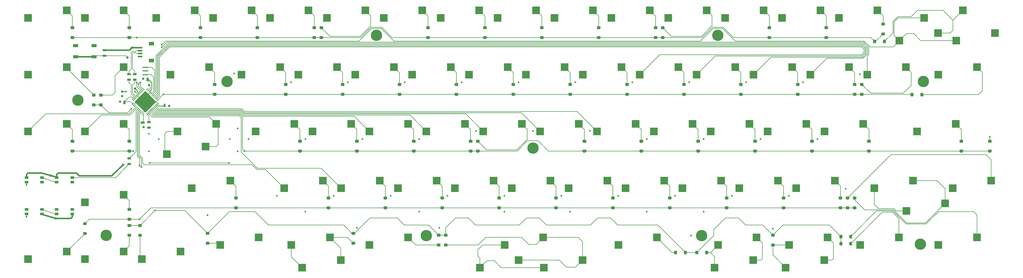
<source format=gbr>
%TF.GenerationSoftware,KiCad,Pcbnew,(5.1.10)-1*%
%TF.CreationDate,2021-09-30T22:15:47+07:00*%
%TF.ProjectId,nonem,6e6f6e65-6d2e-46b6-9963-61645f706362,rev?*%
%TF.SameCoordinates,Original*%
%TF.FileFunction,Copper,L2,Bot*%
%TF.FilePolarity,Positive*%
%FSLAX46Y46*%
G04 Gerber Fmt 4.6, Leading zero omitted, Abs format (unit mm)*
G04 Created by KiCad (PCBNEW (5.1.10)-1) date 2021-09-30 22:15:47*
%MOMM*%
%LPD*%
G01*
G04 APERTURE LIST*
%TA.AperFunction,SMDPad,CuDef*%
%ADD10C,0.100000*%
%TD*%
%TA.AperFunction,SMDPad,CuDef*%
%ADD11R,1.300000X0.700000*%
%TD*%
%TA.AperFunction,SMDPad,CuDef*%
%ADD12R,2.550000X2.500000*%
%TD*%
%TA.AperFunction,SMDPad,CuDef*%
%ADD13R,1.550000X0.600000*%
%TD*%
%TA.AperFunction,SMDPad,CuDef*%
%ADD14R,1.800000X1.200000*%
%TD*%
%TA.AperFunction,SMDPad,CuDef*%
%ADD15R,1.900000X0.400000*%
%TD*%
%TA.AperFunction,SMDPad,CuDef*%
%ADD16R,1.190000X0.900000*%
%TD*%
%TA.AperFunction,SMDPad,CuDef*%
%ADD17R,1.800000X1.100000*%
%TD*%
%TA.AperFunction,SMDPad,CuDef*%
%ADD18R,0.800000X0.750000*%
%TD*%
%TA.AperFunction,SMDPad,CuDef*%
%ADD19R,0.750000X0.800000*%
%TD*%
%TA.AperFunction,ComponentPad*%
%ADD20C,3.800000*%
%TD*%
%TA.AperFunction,ViaPad*%
%ADD21C,0.800000*%
%TD*%
%TA.AperFunction,ViaPad*%
%ADD22C,0.600000*%
%TD*%
%TA.AperFunction,Conductor*%
%ADD23C,0.200000*%
%TD*%
%TA.AperFunction,Conductor*%
%ADD24C,0.500000*%
%TD*%
%TA.AperFunction,Conductor*%
%ADD25C,0.250000*%
%TD*%
G04 APERTURE END LIST*
%TO.P,U2,1*%
%TO.N,Net-(U2-Pad1)*%
%TA.AperFunction,SMDPad,CuDef*%
G36*
G01*
X46644918Y-48482901D02*
X46733306Y-48394513D01*
G75*
G02*
X46821694Y-48394513I44194J-44194D01*
G01*
X47352024Y-48924843D01*
G75*
G02*
X47352024Y-49013231I-44194J-44194D01*
G01*
X47263636Y-49101619D01*
G75*
G02*
X47175248Y-49101619I-44194J44194D01*
G01*
X46644918Y-48571289D01*
G75*
G02*
X46644918Y-48482901I44194J44194D01*
G01*
G37*
%TD.AperFunction*%
%TO.P,U2,2*%
%TO.N,+5V*%
%TA.AperFunction,SMDPad,CuDef*%
G36*
G01*
X46998472Y-48129348D02*
X47086860Y-48040960D01*
G75*
G02*
X47175248Y-48040960I44194J-44194D01*
G01*
X47705578Y-48571290D01*
G75*
G02*
X47705578Y-48659678I-44194J-44194D01*
G01*
X47617190Y-48748066D01*
G75*
G02*
X47528802Y-48748066I-44194J44194D01*
G01*
X46998472Y-48217736D01*
G75*
G02*
X46998472Y-48129348I44194J44194D01*
G01*
G37*
%TD.AperFunction*%
%TO.P,U2,3*%
%TO.N,D-*%
%TA.AperFunction,SMDPad,CuDef*%
G36*
G01*
X47352025Y-47775795D02*
X47440413Y-47687407D01*
G75*
G02*
X47528801Y-47687407I44194J-44194D01*
G01*
X48059131Y-48217737D01*
G75*
G02*
X48059131Y-48306125I-44194J-44194D01*
G01*
X47970743Y-48394513D01*
G75*
G02*
X47882355Y-48394513I-44194J44194D01*
G01*
X47352025Y-47864183D01*
G75*
G02*
X47352025Y-47775795I44194J44194D01*
G01*
G37*
%TD.AperFunction*%
%TO.P,U2,4*%
%TO.N,D+*%
%TA.AperFunction,SMDPad,CuDef*%
G36*
G01*
X47705579Y-47422241D02*
X47793967Y-47333853D01*
G75*
G02*
X47882355Y-47333853I44194J-44194D01*
G01*
X48412685Y-47864183D01*
G75*
G02*
X48412685Y-47952571I-44194J-44194D01*
G01*
X48324297Y-48040959D01*
G75*
G02*
X48235909Y-48040959I-44194J44194D01*
G01*
X47705579Y-47510629D01*
G75*
G02*
X47705579Y-47422241I44194J44194D01*
G01*
G37*
%TD.AperFunction*%
%TO.P,U2,5*%
%TO.N,GND*%
%TA.AperFunction,SMDPad,CuDef*%
G36*
G01*
X48059132Y-47068688D02*
X48147520Y-46980300D01*
G75*
G02*
X48235908Y-46980300I44194J-44194D01*
G01*
X48766238Y-47510630D01*
G75*
G02*
X48766238Y-47599018I-44194J-44194D01*
G01*
X48677850Y-47687406D01*
G75*
G02*
X48589462Y-47687406I-44194J44194D01*
G01*
X48059132Y-47157076D01*
G75*
G02*
X48059132Y-47068688I44194J44194D01*
G01*
G37*
%TD.AperFunction*%
%TO.P,U2,6*%
%TO.N,Net-(C6-Pad1)*%
%TA.AperFunction,SMDPad,CuDef*%
G36*
G01*
X48412685Y-46715134D02*
X48501073Y-46626746D01*
G75*
G02*
X48589461Y-46626746I44194J-44194D01*
G01*
X49119791Y-47157076D01*
G75*
G02*
X49119791Y-47245464I-44194J-44194D01*
G01*
X49031403Y-47333852D01*
G75*
G02*
X48943015Y-47333852I-44194J44194D01*
G01*
X48412685Y-46803522D01*
G75*
G02*
X48412685Y-46715134I44194J44194D01*
G01*
G37*
%TD.AperFunction*%
%TO.P,U2,7*%
%TO.N,+5V*%
%TA.AperFunction,SMDPad,CuDef*%
G36*
G01*
X48766239Y-46361581D02*
X48854627Y-46273193D01*
G75*
G02*
X48943015Y-46273193I44194J-44194D01*
G01*
X49473345Y-46803523D01*
G75*
G02*
X49473345Y-46891911I-44194J-44194D01*
G01*
X49384957Y-46980299D01*
G75*
G02*
X49296569Y-46980299I-44194J44194D01*
G01*
X48766239Y-46449969D01*
G75*
G02*
X48766239Y-46361581I44194J44194D01*
G01*
G37*
%TD.AperFunction*%
%TO.P,U2,8*%
%TO.N,Net-(U2-Pad8)*%
%TA.AperFunction,SMDPad,CuDef*%
G36*
G01*
X49119792Y-46008028D02*
X49208180Y-45919640D01*
G75*
G02*
X49296568Y-45919640I44194J-44194D01*
G01*
X49826898Y-46449970D01*
G75*
G02*
X49826898Y-46538358I-44194J-44194D01*
G01*
X49738510Y-46626746D01*
G75*
G02*
X49650122Y-46626746I-44194J44194D01*
G01*
X49119792Y-46096416D01*
G75*
G02*
X49119792Y-46008028I44194J44194D01*
G01*
G37*
%TD.AperFunction*%
%TO.P,U2,9*%
%TO.N,R0*%
%TA.AperFunction,SMDPad,CuDef*%
G36*
G01*
X49473346Y-45654474D02*
X49561734Y-45566086D01*
G75*
G02*
X49650122Y-45566086I44194J-44194D01*
G01*
X50180452Y-46096416D01*
G75*
G02*
X50180452Y-46184804I-44194J-44194D01*
G01*
X50092064Y-46273192D01*
G75*
G02*
X50003676Y-46273192I-44194J44194D01*
G01*
X49473346Y-45742862D01*
G75*
G02*
X49473346Y-45654474I44194J44194D01*
G01*
G37*
%TD.AperFunction*%
%TO.P,U2,10*%
%TO.N,C15*%
%TA.AperFunction,SMDPad,CuDef*%
G36*
G01*
X49826899Y-45300921D02*
X49915287Y-45212533D01*
G75*
G02*
X50003675Y-45212533I44194J-44194D01*
G01*
X50534005Y-45742863D01*
G75*
G02*
X50534005Y-45831251I-44194J-44194D01*
G01*
X50445617Y-45919639D01*
G75*
G02*
X50357229Y-45919639I-44194J44194D01*
G01*
X49826899Y-45389309D01*
G75*
G02*
X49826899Y-45300921I44194J44194D01*
G01*
G37*
%TD.AperFunction*%
%TO.P,U2,11*%
%TO.N,C14*%
%TA.AperFunction,SMDPad,CuDef*%
G36*
G01*
X50180452Y-44947367D02*
X50268840Y-44858979D01*
G75*
G02*
X50357228Y-44858979I44194J-44194D01*
G01*
X50887558Y-45389309D01*
G75*
G02*
X50887558Y-45477697I-44194J-44194D01*
G01*
X50799170Y-45566085D01*
G75*
G02*
X50710782Y-45566085I-44194J44194D01*
G01*
X50180452Y-45035755D01*
G75*
G02*
X50180452Y-44947367I44194J44194D01*
G01*
G37*
%TD.AperFunction*%
%TO.P,U2,12*%
%TO.N,Net-(U2-Pad12)*%
%TA.AperFunction,SMDPad,CuDef*%
G36*
G01*
X51506278Y-45389309D02*
X52036608Y-44858979D01*
G75*
G02*
X52124996Y-44858979I44194J-44194D01*
G01*
X52213384Y-44947367D01*
G75*
G02*
X52213384Y-45035755I-44194J-44194D01*
G01*
X51683054Y-45566085D01*
G75*
G02*
X51594666Y-45566085I-44194J44194D01*
G01*
X51506278Y-45477697D01*
G75*
G02*
X51506278Y-45389309I44194J44194D01*
G01*
G37*
%TD.AperFunction*%
%TO.P,U2,13*%
%TO.N,RST*%
%TA.AperFunction,SMDPad,CuDef*%
G36*
G01*
X51859831Y-45742863D02*
X52390161Y-45212533D01*
G75*
G02*
X52478549Y-45212533I44194J-44194D01*
G01*
X52566937Y-45300921D01*
G75*
G02*
X52566937Y-45389309I-44194J-44194D01*
G01*
X52036607Y-45919639D01*
G75*
G02*
X51948219Y-45919639I-44194J44194D01*
G01*
X51859831Y-45831251D01*
G75*
G02*
X51859831Y-45742863I44194J44194D01*
G01*
G37*
%TD.AperFunction*%
%TO.P,U2,14*%
%TO.N,+5V*%
%TA.AperFunction,SMDPad,CuDef*%
G36*
G01*
X52213384Y-46096416D02*
X52743714Y-45566086D01*
G75*
G02*
X52832102Y-45566086I44194J-44194D01*
G01*
X52920490Y-45654474D01*
G75*
G02*
X52920490Y-45742862I-44194J-44194D01*
G01*
X52390160Y-46273192D01*
G75*
G02*
X52301772Y-46273192I-44194J44194D01*
G01*
X52213384Y-46184804D01*
G75*
G02*
X52213384Y-46096416I44194J44194D01*
G01*
G37*
%TD.AperFunction*%
%TO.P,U2,15*%
%TO.N,GND*%
%TA.AperFunction,SMDPad,CuDef*%
G36*
G01*
X52566938Y-46449970D02*
X53097268Y-45919640D01*
G75*
G02*
X53185656Y-45919640I44194J-44194D01*
G01*
X53274044Y-46008028D01*
G75*
G02*
X53274044Y-46096416I-44194J-44194D01*
G01*
X52743714Y-46626746D01*
G75*
G02*
X52655326Y-46626746I-44194J44194D01*
G01*
X52566938Y-46538358D01*
G75*
G02*
X52566938Y-46449970I44194J44194D01*
G01*
G37*
%TD.AperFunction*%
%TO.P,U2,16*%
%TO.N,Net-(U2-Pad16)*%
%TA.AperFunction,SMDPad,CuDef*%
G36*
G01*
X52920491Y-46803523D02*
X53450821Y-46273193D01*
G75*
G02*
X53539209Y-46273193I44194J-44194D01*
G01*
X53627597Y-46361581D01*
G75*
G02*
X53627597Y-46449969I-44194J-44194D01*
G01*
X53097267Y-46980299D01*
G75*
G02*
X53008879Y-46980299I-44194J44194D01*
G01*
X52920491Y-46891911D01*
G75*
G02*
X52920491Y-46803523I44194J44194D01*
G01*
G37*
%TD.AperFunction*%
%TO.P,U2,17*%
%TO.N,Net-(U2-Pad17)*%
%TA.AperFunction,SMDPad,CuDef*%
G36*
G01*
X53274045Y-47157076D02*
X53804375Y-46626746D01*
G75*
G02*
X53892763Y-46626746I44194J-44194D01*
G01*
X53981151Y-46715134D01*
G75*
G02*
X53981151Y-46803522I-44194J-44194D01*
G01*
X53450821Y-47333852D01*
G75*
G02*
X53362433Y-47333852I-44194J44194D01*
G01*
X53274045Y-47245464D01*
G75*
G02*
X53274045Y-47157076I44194J44194D01*
G01*
G37*
%TD.AperFunction*%
%TO.P,U2,18*%
%TO.N,C13*%
%TA.AperFunction,SMDPad,CuDef*%
G36*
G01*
X53627598Y-47510630D02*
X54157928Y-46980300D01*
G75*
G02*
X54246316Y-46980300I44194J-44194D01*
G01*
X54334704Y-47068688D01*
G75*
G02*
X54334704Y-47157076I-44194J-44194D01*
G01*
X53804374Y-47687406D01*
G75*
G02*
X53715986Y-47687406I-44194J44194D01*
G01*
X53627598Y-47599018D01*
G75*
G02*
X53627598Y-47510630I44194J44194D01*
G01*
G37*
%TD.AperFunction*%
%TO.P,U2,19*%
%TO.N,C12*%
%TA.AperFunction,SMDPad,CuDef*%
G36*
G01*
X53981151Y-47864183D02*
X54511481Y-47333853D01*
G75*
G02*
X54599869Y-47333853I44194J-44194D01*
G01*
X54688257Y-47422241D01*
G75*
G02*
X54688257Y-47510629I-44194J-44194D01*
G01*
X54157927Y-48040959D01*
G75*
G02*
X54069539Y-48040959I-44194J44194D01*
G01*
X53981151Y-47952571D01*
G75*
G02*
X53981151Y-47864183I44194J44194D01*
G01*
G37*
%TD.AperFunction*%
%TO.P,U2,20*%
%TO.N,C11*%
%TA.AperFunction,SMDPad,CuDef*%
G36*
G01*
X54334705Y-48217737D02*
X54865035Y-47687407D01*
G75*
G02*
X54953423Y-47687407I44194J-44194D01*
G01*
X55041811Y-47775795D01*
G75*
G02*
X55041811Y-47864183I-44194J-44194D01*
G01*
X54511481Y-48394513D01*
G75*
G02*
X54423093Y-48394513I-44194J44194D01*
G01*
X54334705Y-48306125D01*
G75*
G02*
X54334705Y-48217737I44194J44194D01*
G01*
G37*
%TD.AperFunction*%
%TO.P,U2,21*%
%TO.N,C10*%
%TA.AperFunction,SMDPad,CuDef*%
G36*
G01*
X54688258Y-48571290D02*
X55218588Y-48040960D01*
G75*
G02*
X55306976Y-48040960I44194J-44194D01*
G01*
X55395364Y-48129348D01*
G75*
G02*
X55395364Y-48217736I-44194J-44194D01*
G01*
X54865034Y-48748066D01*
G75*
G02*
X54776646Y-48748066I-44194J44194D01*
G01*
X54688258Y-48659678D01*
G75*
G02*
X54688258Y-48571290I44194J44194D01*
G01*
G37*
%TD.AperFunction*%
%TO.P,U2,22*%
%TO.N,R1*%
%TA.AperFunction,SMDPad,CuDef*%
G36*
G01*
X55041812Y-48924843D02*
X55572142Y-48394513D01*
G75*
G02*
X55660530Y-48394513I44194J-44194D01*
G01*
X55748918Y-48482901D01*
G75*
G02*
X55748918Y-48571289I-44194J-44194D01*
G01*
X55218588Y-49101619D01*
G75*
G02*
X55130200Y-49101619I-44194J44194D01*
G01*
X55041812Y-49013231D01*
G75*
G02*
X55041812Y-48924843I44194J44194D01*
G01*
G37*
%TD.AperFunction*%
%TO.P,U2,23*%
%TO.N,GND*%
%TA.AperFunction,SMDPad,CuDef*%
G36*
G01*
X55041812Y-49808727D02*
X55130200Y-49720339D01*
G75*
G02*
X55218588Y-49720339I44194J-44194D01*
G01*
X55748918Y-50250669D01*
G75*
G02*
X55748918Y-50339057I-44194J-44194D01*
G01*
X55660530Y-50427445D01*
G75*
G02*
X55572142Y-50427445I-44194J44194D01*
G01*
X55041812Y-49897115D01*
G75*
G02*
X55041812Y-49808727I44194J44194D01*
G01*
G37*
%TD.AperFunction*%
%TO.P,U2,24*%
%TO.N,+5V*%
%TA.AperFunction,SMDPad,CuDef*%
G36*
G01*
X54688258Y-50162280D02*
X54776646Y-50073892D01*
G75*
G02*
X54865034Y-50073892I44194J-44194D01*
G01*
X55395364Y-50604222D01*
G75*
G02*
X55395364Y-50692610I-44194J-44194D01*
G01*
X55306976Y-50780998D01*
G75*
G02*
X55218588Y-50780998I-44194J44194D01*
G01*
X54688258Y-50250668D01*
G75*
G02*
X54688258Y-50162280I44194J44194D01*
G01*
G37*
%TD.AperFunction*%
%TO.P,U2,25*%
%TO.N,C9*%
%TA.AperFunction,SMDPad,CuDef*%
G36*
G01*
X54334705Y-50515833D02*
X54423093Y-50427445D01*
G75*
G02*
X54511481Y-50427445I44194J-44194D01*
G01*
X55041811Y-50957775D01*
G75*
G02*
X55041811Y-51046163I-44194J-44194D01*
G01*
X54953423Y-51134551D01*
G75*
G02*
X54865035Y-51134551I-44194J44194D01*
G01*
X54334705Y-50604221D01*
G75*
G02*
X54334705Y-50515833I44194J44194D01*
G01*
G37*
%TD.AperFunction*%
%TO.P,U2,26*%
%TO.N,C8*%
%TA.AperFunction,SMDPad,CuDef*%
G36*
G01*
X53981151Y-50869387D02*
X54069539Y-50780999D01*
G75*
G02*
X54157927Y-50780999I44194J-44194D01*
G01*
X54688257Y-51311329D01*
G75*
G02*
X54688257Y-51399717I-44194J-44194D01*
G01*
X54599869Y-51488105D01*
G75*
G02*
X54511481Y-51488105I-44194J44194D01*
G01*
X53981151Y-50957775D01*
G75*
G02*
X53981151Y-50869387I44194J44194D01*
G01*
G37*
%TD.AperFunction*%
%TO.P,U2,27*%
%TO.N,C7*%
%TA.AperFunction,SMDPad,CuDef*%
G36*
G01*
X53627598Y-51222940D02*
X53715986Y-51134552D01*
G75*
G02*
X53804374Y-51134552I44194J-44194D01*
G01*
X54334704Y-51664882D01*
G75*
G02*
X54334704Y-51753270I-44194J-44194D01*
G01*
X54246316Y-51841658D01*
G75*
G02*
X54157928Y-51841658I-44194J44194D01*
G01*
X53627598Y-51311328D01*
G75*
G02*
X53627598Y-51222940I44194J44194D01*
G01*
G37*
%TD.AperFunction*%
%TO.P,U2,28*%
%TO.N,C6*%
%TA.AperFunction,SMDPad,CuDef*%
G36*
G01*
X53274045Y-51576494D02*
X53362433Y-51488106D01*
G75*
G02*
X53450821Y-51488106I44194J-44194D01*
G01*
X53981151Y-52018436D01*
G75*
G02*
X53981151Y-52106824I-44194J-44194D01*
G01*
X53892763Y-52195212D01*
G75*
G02*
X53804375Y-52195212I-44194J44194D01*
G01*
X53274045Y-51664882D01*
G75*
G02*
X53274045Y-51576494I44194J44194D01*
G01*
G37*
%TD.AperFunction*%
%TO.P,U2,29*%
%TO.N,C5*%
%TA.AperFunction,SMDPad,CuDef*%
G36*
G01*
X52920491Y-51930047D02*
X53008879Y-51841659D01*
G75*
G02*
X53097267Y-51841659I44194J-44194D01*
G01*
X53627597Y-52371989D01*
G75*
G02*
X53627597Y-52460377I-44194J-44194D01*
G01*
X53539209Y-52548765D01*
G75*
G02*
X53450821Y-52548765I-44194J44194D01*
G01*
X52920491Y-52018435D01*
G75*
G02*
X52920491Y-51930047I44194J44194D01*
G01*
G37*
%TD.AperFunction*%
%TO.P,U2,30*%
%TO.N,R2*%
%TA.AperFunction,SMDPad,CuDef*%
G36*
G01*
X52566938Y-52283600D02*
X52655326Y-52195212D01*
G75*
G02*
X52743714Y-52195212I44194J-44194D01*
G01*
X53274044Y-52725542D01*
G75*
G02*
X53274044Y-52813930I-44194J-44194D01*
G01*
X53185656Y-52902318D01*
G75*
G02*
X53097268Y-52902318I-44194J44194D01*
G01*
X52566938Y-52371988D01*
G75*
G02*
X52566938Y-52283600I44194J44194D01*
G01*
G37*
%TD.AperFunction*%
%TO.P,U2,31*%
%TO.N,C4*%
%TA.AperFunction,SMDPad,CuDef*%
G36*
G01*
X52213384Y-52637154D02*
X52301772Y-52548766D01*
G75*
G02*
X52390160Y-52548766I44194J-44194D01*
G01*
X52920490Y-53079096D01*
G75*
G02*
X52920490Y-53167484I-44194J-44194D01*
G01*
X52832102Y-53255872D01*
G75*
G02*
X52743714Y-53255872I-44194J44194D01*
G01*
X52213384Y-52725542D01*
G75*
G02*
X52213384Y-52637154I44194J44194D01*
G01*
G37*
%TD.AperFunction*%
%TO.P,U2,32*%
%TO.N,C2*%
%TA.AperFunction,SMDPad,CuDef*%
G36*
G01*
X51859831Y-52990707D02*
X51948219Y-52902319D01*
G75*
G02*
X52036607Y-52902319I44194J-44194D01*
G01*
X52566937Y-53432649D01*
G75*
G02*
X52566937Y-53521037I-44194J-44194D01*
G01*
X52478549Y-53609425D01*
G75*
G02*
X52390161Y-53609425I-44194J44194D01*
G01*
X51859831Y-53079095D01*
G75*
G02*
X51859831Y-52990707I44194J44194D01*
G01*
G37*
%TD.AperFunction*%
%TO.P,U2,33*%
%TO.N,Net-(R6-Pad2)*%
%TA.AperFunction,SMDPad,CuDef*%
G36*
G01*
X51506278Y-53344261D02*
X51594666Y-53255873D01*
G75*
G02*
X51683054Y-53255873I44194J-44194D01*
G01*
X52213384Y-53786203D01*
G75*
G02*
X52213384Y-53874591I-44194J-44194D01*
G01*
X52124996Y-53962979D01*
G75*
G02*
X52036608Y-53962979I-44194J44194D01*
G01*
X51506278Y-53432649D01*
G75*
G02*
X51506278Y-53344261I44194J44194D01*
G01*
G37*
%TD.AperFunction*%
%TO.P,U2,34*%
%TO.N,+5V*%
%TA.AperFunction,SMDPad,CuDef*%
G36*
G01*
X50180452Y-53786203D02*
X50710782Y-53255873D01*
G75*
G02*
X50799170Y-53255873I44194J-44194D01*
G01*
X50887558Y-53344261D01*
G75*
G02*
X50887558Y-53432649I-44194J-44194D01*
G01*
X50357228Y-53962979D01*
G75*
G02*
X50268840Y-53962979I-44194J44194D01*
G01*
X50180452Y-53874591D01*
G75*
G02*
X50180452Y-53786203I44194J44194D01*
G01*
G37*
%TD.AperFunction*%
%TO.P,U2,35*%
%TO.N,GND*%
%TA.AperFunction,SMDPad,CuDef*%
G36*
G01*
X49826899Y-53432649D02*
X50357229Y-52902319D01*
G75*
G02*
X50445617Y-52902319I44194J-44194D01*
G01*
X50534005Y-52990707D01*
G75*
G02*
X50534005Y-53079095I-44194J-44194D01*
G01*
X50003675Y-53609425D01*
G75*
G02*
X49915287Y-53609425I-44194J44194D01*
G01*
X49826899Y-53521037D01*
G75*
G02*
X49826899Y-53432649I44194J44194D01*
G01*
G37*
%TD.AperFunction*%
%TO.P,U2,36*%
%TO.N,C3*%
%TA.AperFunction,SMDPad,CuDef*%
G36*
G01*
X49473346Y-53079096D02*
X50003676Y-52548766D01*
G75*
G02*
X50092064Y-52548766I44194J-44194D01*
G01*
X50180452Y-52637154D01*
G75*
G02*
X50180452Y-52725542I-44194J-44194D01*
G01*
X49650122Y-53255872D01*
G75*
G02*
X49561734Y-53255872I-44194J44194D01*
G01*
X49473346Y-53167484D01*
G75*
G02*
X49473346Y-53079096I44194J44194D01*
G01*
G37*
%TD.AperFunction*%
%TO.P,U2,37*%
%TO.N,R4*%
%TA.AperFunction,SMDPad,CuDef*%
G36*
G01*
X49119792Y-52725542D02*
X49650122Y-52195212D01*
G75*
G02*
X49738510Y-52195212I44194J-44194D01*
G01*
X49826898Y-52283600D01*
G75*
G02*
X49826898Y-52371988I-44194J-44194D01*
G01*
X49296568Y-52902318D01*
G75*
G02*
X49208180Y-52902318I-44194J44194D01*
G01*
X49119792Y-52813930D01*
G75*
G02*
X49119792Y-52725542I44194J44194D01*
G01*
G37*
%TD.AperFunction*%
%TO.P,U2,38*%
%TO.N,R3*%
%TA.AperFunction,SMDPad,CuDef*%
G36*
G01*
X48766239Y-52371989D02*
X49296569Y-51841659D01*
G75*
G02*
X49384957Y-51841659I44194J-44194D01*
G01*
X49473345Y-51930047D01*
G75*
G02*
X49473345Y-52018435I-44194J-44194D01*
G01*
X48943015Y-52548765D01*
G75*
G02*
X48854627Y-52548765I-44194J44194D01*
G01*
X48766239Y-52460377D01*
G75*
G02*
X48766239Y-52371989I44194J44194D01*
G01*
G37*
%TD.AperFunction*%
%TO.P,U2,39*%
%TO.N,Net-(300-600R1-Pad2)*%
%TA.AperFunction,SMDPad,CuDef*%
G36*
G01*
X48412685Y-52018436D02*
X48943015Y-51488106D01*
G75*
G02*
X49031403Y-51488106I44194J-44194D01*
G01*
X49119791Y-51576494D01*
G75*
G02*
X49119791Y-51664882I-44194J-44194D01*
G01*
X48589461Y-52195212D01*
G75*
G02*
X48501073Y-52195212I-44194J44194D01*
G01*
X48412685Y-52106824D01*
G75*
G02*
X48412685Y-52018436I44194J44194D01*
G01*
G37*
%TD.AperFunction*%
%TO.P,U2,40*%
%TO.N,C1*%
%TA.AperFunction,SMDPad,CuDef*%
G36*
G01*
X48059132Y-51664882D02*
X48589462Y-51134552D01*
G75*
G02*
X48677850Y-51134552I44194J-44194D01*
G01*
X48766238Y-51222940D01*
G75*
G02*
X48766238Y-51311328I-44194J-44194D01*
G01*
X48235908Y-51841658D01*
G75*
G02*
X48147520Y-51841658I-44194J44194D01*
G01*
X48059132Y-51753270D01*
G75*
G02*
X48059132Y-51664882I44194J44194D01*
G01*
G37*
%TD.AperFunction*%
%TO.P,U2,41*%
%TO.N,C0*%
%TA.AperFunction,SMDPad,CuDef*%
G36*
G01*
X47705579Y-51311329D02*
X48235909Y-50780999D01*
G75*
G02*
X48324297Y-50780999I44194J-44194D01*
G01*
X48412685Y-50869387D01*
G75*
G02*
X48412685Y-50957775I-44194J-44194D01*
G01*
X47882355Y-51488105D01*
G75*
G02*
X47793967Y-51488105I-44194J44194D01*
G01*
X47705579Y-51399717D01*
G75*
G02*
X47705579Y-51311329I44194J44194D01*
G01*
G37*
%TD.AperFunction*%
%TO.P,U2,42*%
%TO.N,Net-(U2-Pad42)*%
%TA.AperFunction,SMDPad,CuDef*%
G36*
G01*
X47352025Y-50957775D02*
X47882355Y-50427445D01*
G75*
G02*
X47970743Y-50427445I44194J-44194D01*
G01*
X48059131Y-50515833D01*
G75*
G02*
X48059131Y-50604221I-44194J-44194D01*
G01*
X47528801Y-51134551D01*
G75*
G02*
X47440413Y-51134551I-44194J44194D01*
G01*
X47352025Y-51046163D01*
G75*
G02*
X47352025Y-50957775I44194J44194D01*
G01*
G37*
%TD.AperFunction*%
%TO.P,U2,43*%
%TO.N,GND*%
%TA.AperFunction,SMDPad,CuDef*%
G36*
G01*
X46998472Y-50604222D02*
X47528802Y-50073892D01*
G75*
G02*
X47617190Y-50073892I44194J-44194D01*
G01*
X47705578Y-50162280D01*
G75*
G02*
X47705578Y-50250668I-44194J-44194D01*
G01*
X47175248Y-50780998D01*
G75*
G02*
X47086860Y-50780998I-44194J44194D01*
G01*
X46998472Y-50692610D01*
G75*
G02*
X46998472Y-50604222I44194J44194D01*
G01*
G37*
%TD.AperFunction*%
%TO.P,U2,44*%
%TO.N,+5V*%
%TA.AperFunction,SMDPad,CuDef*%
G36*
G01*
X46644918Y-50250669D02*
X47175248Y-49720339D01*
G75*
G02*
X47263636Y-49720339I44194J-44194D01*
G01*
X47352024Y-49808727D01*
G75*
G02*
X47352024Y-49897115I-44194J-44194D01*
G01*
X46821694Y-50427445D01*
G75*
G02*
X46733306Y-50427445I-44194J44194D01*
G01*
X46644918Y-50339057D01*
G75*
G02*
X46644918Y-50250669I44194J44194D01*
G01*
G37*
%TD.AperFunction*%
%TA.AperFunction,SMDPad,CuDef*%
D10*
%TO.P,U2,45*%
%TO.N,GND*%
G36*
X47555318Y-49410979D02*
G01*
X51196918Y-45769379D01*
X54838518Y-49410979D01*
X51196918Y-53052579D01*
X47555318Y-49410979D01*
G37*
%TD.AperFunction*%
%TD*%
D11*
%TO.P,R6,1*%
%TO.N,GND*%
X52387544Y-58100048D03*
%TO.P,R6,2*%
%TO.N,Net-(R6-Pad2)*%
X52387544Y-56200048D03*
%TD*%
D12*
%TO.P,MX1,1*%
%TO.N,C0*%
X11965000Y-21272500D03*
%TO.P,MX1,2*%
%TO.N,Net-(D1-Pad2)*%
X24892000Y-18732500D03*
%TD*%
%TO.P,MX2,1*%
%TO.N,C1*%
X31015000Y-21272500D03*
%TO.P,MX2,2*%
%TO.N,Net-(D2-Pad2)*%
X43942000Y-18732500D03*
%TD*%
%TO.P,MX3,1*%
%TO.N,C2*%
X54827500Y-21272500D03*
%TO.P,MX3,2*%
%TO.N,Net-(D3-Pad2)*%
X67754500Y-18732500D03*
%TD*%
%TO.P,MX5,1*%
%TO.N,C4*%
X92927500Y-21272500D03*
%TO.P,MX5,2*%
%TO.N,Net-(D5-Pad2)*%
X105854500Y-18732500D03*
%TD*%
%TO.P,MX6,1*%
%TO.N,C5*%
X111977500Y-21272500D03*
%TO.P,MX6,2*%
%TO.N,Net-(D17-Pad2)*%
X124904500Y-18732500D03*
%TD*%
%TO.P,MX8,1*%
%TO.N,C7*%
X150077500Y-21272500D03*
%TO.P,MX8,2*%
%TO.N,Net-(D24-Pad2)*%
X163004500Y-18732500D03*
%TD*%
%TO.P,MX9,1*%
%TO.N,C8*%
X169127500Y-21272500D03*
%TO.P,MX9,2*%
%TO.N,Net-(D27-Pad2)*%
X182054500Y-18732500D03*
%TD*%
%TO.P,MX10,1*%
%TO.N,C9*%
X188177500Y-21272500D03*
%TO.P,MX10,2*%
%TO.N,Net-(D30-Pad2)*%
X201104500Y-18732500D03*
%TD*%
%TO.P,MX11,1*%
%TO.N,C10*%
X207227500Y-21272500D03*
%TO.P,MX11,2*%
%TO.N,Net-(D33-Pad2)*%
X220154500Y-18732500D03*
%TD*%
%TO.P,MX12,1*%
%TO.N,C11*%
X226277500Y-21272500D03*
%TO.P,MX12,2*%
%TO.N,Net-(D36-Pad2)*%
X239204500Y-18732500D03*
%TD*%
%TO.P,MX13,1*%
%TO.N,C12*%
X245327500Y-21272500D03*
%TO.P,MX13,2*%
%TO.N,Net-(D39-Pad2)*%
X258254500Y-18732500D03*
%TD*%
%TO.P,MX14,1*%
%TO.N,C13*%
X264377500Y-21272500D03*
%TO.P,MX14,2*%
%TO.N,Net-(D42-Pad2)*%
X277304500Y-18732500D03*
%TD*%
%TO.P,MX15,1*%
%TO.N,C14*%
X283427500Y-21272500D03*
%TO.P,MX15,2*%
%TO.N,Net-(D44-Pad2)*%
X296354500Y-18732500D03*
%TD*%
%TO.P,MX16,1*%
%TO.N,C15*%
X312002500Y-21272500D03*
%TO.P,MX16,2*%
%TO.N,Net-(D46-Pad2)*%
X324929500Y-18732500D03*
%TD*%
%TO.P,MX17,1*%
%TO.N,C0*%
X11965000Y-40322500D03*
%TO.P,MX17,2*%
%TO.N,Net-(D6-Pad2)*%
X24892000Y-37782500D03*
%TD*%
%TO.P,MX20,1*%
%TO.N,C3*%
X83402500Y-40322500D03*
%TO.P,MX20,2*%
%TO.N,Net-(D11-Pad2)*%
X96329500Y-37782500D03*
%TD*%
%TO.P,MX21,1*%
%TO.N,C4*%
X102452500Y-40322500D03*
%TO.P,MX21,2*%
%TO.N,Net-(D14-Pad2)*%
X115379500Y-37782500D03*
%TD*%
%TO.P,MX22,1*%
%TO.N,C5*%
X121502500Y-40322500D03*
%TO.P,MX22,2*%
%TO.N,Net-(D18-Pad2)*%
X134429500Y-37782500D03*
%TD*%
%TO.P,MX23,1*%
%TO.N,C6*%
X140552500Y-40322500D03*
%TO.P,MX23,2*%
%TO.N,Net-(D22-Pad2)*%
X153479500Y-37782500D03*
%TD*%
%TO.P,MX25,1*%
%TO.N,C8*%
X178652500Y-40322500D03*
%TO.P,MX25,2*%
%TO.N,Net-(D28-Pad2)*%
X191579500Y-37782500D03*
%TD*%
%TO.P,MX26,1*%
%TO.N,C9*%
X197702500Y-40322500D03*
%TO.P,MX26,2*%
%TO.N,Net-(D31-Pad2)*%
X210629500Y-37782500D03*
%TD*%
%TO.P,MX27,1*%
%TO.N,C10*%
X216752500Y-40322500D03*
%TO.P,MX27,2*%
%TO.N,Net-(D34-Pad2)*%
X229679500Y-37782500D03*
%TD*%
%TO.P,MX28,1*%
%TO.N,C11*%
X235802500Y-40322500D03*
%TO.P,MX28,2*%
%TO.N,Net-(D37-Pad2)*%
X248729500Y-37782500D03*
%TD*%
%TO.P,MX29,1*%
%TO.N,C12*%
X254852500Y-40322500D03*
%TO.P,MX29,2*%
%TO.N,Net-(D40-Pad2)*%
X267779500Y-37782500D03*
%TD*%
%TO.P,MX30,1*%
%TO.N,C13*%
X273902500Y-40322500D03*
%TO.P,MX30,2*%
%TO.N,Net-(D43-Pad2)*%
X286829500Y-37782500D03*
%TD*%
%TO.P,MX32,1*%
%TO.N,C15*%
X316765000Y-40322500D03*
%TO.P,MX32,2*%
%TO.N,Net-(D72-Pad2)*%
X329692000Y-37782500D03*
%TD*%
%TO.P,MX33,1*%
%TO.N,C0*%
X11965000Y-59372500D03*
%TO.P,MX33,2*%
%TO.N,Net-(D20-Pad2)*%
X24892000Y-56832500D03*
%TD*%
%TO.P,MX35,1*%
%TO.N,C1*%
X31015000Y-59372500D03*
%TO.P,MX35,2*%
%TO.N,Net-(D10-Pad2)*%
X43942000Y-56832500D03*
%TD*%
%TO.P,MX36,1*%
%TO.N,C1*%
X31015000Y-83185000D03*
%TO.P,MX36,2*%
%TO.N,Net-(D13-Pad2)*%
X43942000Y-80645000D03*
%TD*%
%TO.P,MX37,1*%
%TO.N,Net-(MX37-Pad1)*%
X61971250Y-59372500D03*
%TO.P,MX37,2*%
%TO.N,C2*%
X74898250Y-56832500D03*
%TD*%
%TO.P,MX38,1*%
%TO.N,C2*%
X66733750Y-78422500D03*
%TO.P,MX38,2*%
%TO.N,Net-(D47-Pad2)*%
X79660750Y-75882500D03*
%TD*%
%TO.P,MX39,1*%
%TO.N,C3*%
X88165000Y-59372500D03*
%TO.P,MX39,2*%
%TO.N,Net-(D12-Pad2)*%
X101092000Y-56832500D03*
%TD*%
%TO.P,MX40,1*%
%TO.N,C3*%
X97690000Y-78422500D03*
%TO.P,MX40,2*%
%TO.N,Net-(D49-Pad2)*%
X110617000Y-75882500D03*
%TD*%
%TO.P,MX41,1*%
%TO.N,C4*%
X107215000Y-59372500D03*
%TO.P,MX41,2*%
%TO.N,Net-(D15-Pad2)*%
X120142000Y-56832500D03*
%TD*%
%TO.P,MX42,1*%
%TO.N,C4*%
X116740000Y-78422500D03*
%TO.P,MX42,2*%
%TO.N,Net-(D51-Pad2)*%
X129667000Y-75882500D03*
%TD*%
%TO.P,MX43,1*%
%TO.N,C5*%
X126265000Y-59372500D03*
%TO.P,MX43,2*%
%TO.N,Net-(D19-Pad2)*%
X139192000Y-56832500D03*
%TD*%
%TO.P,MX44,1*%
%TO.N,C5*%
X135790000Y-78422500D03*
%TO.P,MX44,2*%
%TO.N,Net-(D53-Pad2)*%
X148717000Y-75882500D03*
%TD*%
%TO.P,MX45,1*%
%TO.N,C6*%
X145315000Y-59372500D03*
%TO.P,MX45,2*%
%TO.N,Net-(D23-Pad2)*%
X158242000Y-56832500D03*
%TD*%
%TO.P,MX46,1*%
%TO.N,C6*%
X154840000Y-78422500D03*
%TO.P,MX46,2*%
%TO.N,Net-(D54-Pad2)*%
X167767000Y-75882500D03*
%TD*%
%TO.P,MX47,1*%
%TO.N,C7*%
X164365000Y-59372500D03*
%TO.P,MX47,2*%
%TO.N,Net-(D26-Pad2)*%
X177292000Y-56832500D03*
%TD*%
%TO.P,MX48,1*%
%TO.N,C7*%
X173890000Y-78422500D03*
%TO.P,MX48,2*%
%TO.N,Net-(D56-Pad2)*%
X186817000Y-75882500D03*
%TD*%
%TO.P,MX49,1*%
%TO.N,C8*%
X183415000Y-59372500D03*
%TO.P,MX49,2*%
%TO.N,Net-(D29-Pad2)*%
X196342000Y-56832500D03*
%TD*%
%TO.P,MX50,1*%
%TO.N,C8*%
X192940000Y-78422500D03*
%TO.P,MX50,2*%
%TO.N,Net-(D58-Pad2)*%
X205867000Y-75882500D03*
%TD*%
%TO.P,MX51,1*%
%TO.N,C9*%
X202465000Y-59372500D03*
%TO.P,MX51,2*%
%TO.N,Net-(D32-Pad2)*%
X215392000Y-56832500D03*
%TD*%
%TO.P,MX52,1*%
%TO.N,C9*%
X211990000Y-78422500D03*
%TO.P,MX52,2*%
%TO.N,Net-(D59-Pad2)*%
X224917000Y-75882500D03*
%TD*%
%TO.P,MX53,1*%
%TO.N,C10*%
X221515000Y-59372500D03*
%TO.P,MX53,2*%
%TO.N,Net-(D35-Pad2)*%
X234442000Y-56832500D03*
%TD*%
%TO.P,MX54,1*%
%TO.N,C10*%
X231040000Y-78422500D03*
%TO.P,MX54,2*%
%TO.N,Net-(D61-Pad2)*%
X243967000Y-75882500D03*
%TD*%
%TO.P,MX56,1*%
%TO.N,C11*%
X250090000Y-78422500D03*
%TO.P,MX56,2*%
%TO.N,Net-(D62-Pad2)*%
X263017000Y-75882500D03*
%TD*%
%TO.P,MX57,1*%
%TO.N,C12*%
X259615000Y-59372500D03*
%TO.P,MX57,2*%
%TO.N,Net-(D41-Pad2)*%
X272542000Y-56832500D03*
%TD*%
%TO.P,MX58,1*%
%TO.N,C12*%
X269140000Y-78422500D03*
%TO.P,MX58,2*%
%TO.N,Net-(D64-Pad2)*%
X282067000Y-75882500D03*
%TD*%
%TO.P,MX60,1*%
%TO.N,C13*%
X295333750Y-78422500D03*
%TO.P,MX60,2*%
%TO.N,Net-(D67-Pad2)*%
X308260750Y-75882500D03*
%TD*%
%TO.P,MX61,1*%
%TO.N,C14*%
X309621250Y-59372500D03*
%TO.P,MX61,2*%
%TO.N,Net-(D69-Pad2)*%
X322548250Y-56832500D03*
%TD*%
%TO.P,MX62,1*%
%TO.N,C14*%
X321527500Y-78422500D03*
%TO.P,MX62,2*%
%TO.N,Net-(D70-Pad2)*%
X334454500Y-75882500D03*
%TD*%
%TO.P,MX65,1*%
%TO.N,C1*%
X31015000Y-102235000D03*
%TO.P,MX65,2*%
%TO.N,Net-(D16-Pad2)*%
X43942000Y-99695000D03*
%TD*%
%TO.P,MX66,1*%
%TO.N,Net-(D65-Pad2)*%
X266758750Y-97472500D03*
%TO.P,MX66,2*%
%TO.N,C12*%
X279685750Y-94932500D03*
%TD*%
%TO.P,MX68,1*%
%TO.N,Net-(D67-Pad2)*%
X319028750Y-83502500D03*
%TO.P,MX68,2*%
%TO.N,C13*%
X306101750Y-86042500D03*
%TD*%
%TO.P,MX69,1*%
%TO.N,Net-(D46-Pad2)*%
X316647500Y-26352500D03*
%TO.P,MX69,2*%
%TO.N,C15*%
X303720500Y-28892500D03*
%TD*%
%TO.P,MX70,1*%
%TO.N,Net-(D73-Pad2)*%
X335697500Y-26352500D03*
%TO.P,MX70,2*%
%TO.N,C15*%
X322770500Y-28892500D03*
%TD*%
%TO.P,MX71,1*%
%TO.N,C6*%
X171508750Y-97472500D03*
%TO.P,MX71,2*%
%TO.N,Net-(D57-Pad2)*%
X184435750Y-94932500D03*
%TD*%
%TO.P,MX80,1*%
%TO.N,C9*%
X209608750Y-97472500D03*
%TO.P,MX80,2*%
%TO.N,Net-(D60-Pad2)*%
X222535750Y-94932500D03*
%TD*%
%TO.P,MX81,1*%
%TO.N,C5*%
X126265000Y-97472500D03*
%TO.P,MX81,2*%
%TO.N,Net-(D55-Pad2)*%
X139192000Y-94932500D03*
%TD*%
%TO.P,MX82,1*%
%TO.N,C11*%
X254735000Y-102552500D03*
%TO.P,MX82,2*%
%TO.N,Net-(D63-Pad2)*%
X241808000Y-105092500D03*
%TD*%
%TO.P,MX83,1*%
%TO.N,C12*%
X278547500Y-102552500D03*
%TO.P,MX83,2*%
%TO.N,Net-(D65-Pad2)*%
X265620500Y-105092500D03*
%TD*%
%TO.P,MX84,1*%
%TO.N,Net-(D57-Pad2)*%
X197585000Y-102552500D03*
%TO.P,MX84,2*%
%TO.N,C6*%
X184658000Y-105092500D03*
%TD*%
%TO.P,MX72,1*%
%TO.N,Net-(D63-Pad2)*%
X242946250Y-97472500D03*
%TO.P,MX72,2*%
%TO.N,C11*%
X255873250Y-94932500D03*
%TD*%
%TO.P,MX73,1*%
%TO.N,Net-(D50-Pad2)*%
X76258750Y-97472500D03*
%TO.P,MX73,2*%
%TO.N,C3*%
X89185750Y-94932500D03*
%TD*%
%TO.P,MX74,1*%
%TO.N,C4*%
X100071250Y-97472500D03*
%TO.P,MX74,2*%
%TO.N,Net-(D52-Pad2)*%
X112998250Y-94932500D03*
%TD*%
%TO.P,MX75,1*%
%TO.N,C2*%
X71378750Y-64452500D03*
%TO.P,MX75,2*%
%TO.N,Net-(MX37-Pad1)*%
X58451750Y-66992500D03*
%TD*%
%TO.P,MX76,1*%
%TO.N,Net-(D52-Pad2)*%
X116622500Y-102552500D03*
%TO.P,MX76,2*%
%TO.N,C4*%
X103695500Y-105092500D03*
%TD*%
%TO.P,MX77,1*%
%TO.N,C13*%
X290571250Y-97472500D03*
%TO.P,MX77,2*%
%TO.N,Net-(D68-Pad2)*%
X303498250Y-94932500D03*
%TD*%
%TO.P,MX78,1*%
%TO.N,Net-(D57-Pad2)*%
X176153750Y-102552500D03*
%TO.P,MX78,2*%
%TO.N,C6*%
X163226750Y-105092500D03*
%TD*%
%TO.P,MX79,1*%
%TO.N,C14*%
X316765000Y-97472500D03*
%TO.P,MX79,2*%
%TO.N,Net-(D71-Pad2)*%
X329692000Y-94932500D03*
%TD*%
D13*
%TO.P,J1,3*%
%TO.N,DG+*%
X49398483Y-33242215D03*
%TO.P,J1,4*%
%TO.N,GND*%
X49398483Y-34242215D03*
%TO.P,J1,2*%
%TO.N,DG-*%
X49398483Y-32242215D03*
%TO.P,J1,1*%
%TO.N,+5V*%
X49398483Y-31242215D03*
D14*
%TO.P,J1,*%
%TO.N,*%
X53273483Y-29942215D03*
X53273483Y-35542215D03*
%TD*%
D12*
%TO.P,MX4,1*%
%TO.N,C3*%
X73877568Y-21272520D03*
%TO.P,MX4,2*%
%TO.N,Net-(D4-Pad2)*%
X86804568Y-18732520D03*
%TD*%
D11*
%TO.P,R3,1*%
%TO.N,D+*%
X47625040Y-42026597D03*
%TO.P,R3,2*%
%TO.N,DG+*%
X47625040Y-40126597D03*
%TD*%
%TO.P,R4,2*%
%TO.N,D-*%
X45739101Y-42026597D03*
%TO.P,R4,1*%
%TO.N,DG-*%
X45739101Y-40126597D03*
%TD*%
D12*
%TO.P,MX24,1*%
%TO.N,C7*%
X159602500Y-40322500D03*
%TO.P,MX24,2*%
%TO.N,Net-(D25-Pad2)*%
X172529500Y-37782500D03*
%TD*%
%TO.P,MX55,1*%
%TO.N,C11*%
X240565000Y-59372500D03*
%TO.P,MX55,2*%
%TO.N,Net-(D38-Pad2)*%
X253492000Y-56832500D03*
%TD*%
%TO.P,MX67,1*%
%TO.N,Net-(D48-Pad2)*%
X50065000Y-102235000D03*
%TO.P,MX67,2*%
%TO.N,C2*%
X62992000Y-99695000D03*
%TD*%
%TO.P,MX7,1*%
%TO.N,C6*%
X131027500Y-21272500D03*
%TO.P,MX7,2*%
%TO.N,Net-(D21-Pad2)*%
X143954500Y-18732500D03*
%TD*%
%TO.P,MX59,1*%
%TO.N,C13*%
X278665000Y-59372500D03*
%TO.P,MX59,2*%
%TO.N,Net-(D66-Pad2)*%
X291592000Y-56832500D03*
%TD*%
%TO.P,MX34,1*%
%TO.N,C0*%
X11965000Y-102235000D03*
%TO.P,MX34,2*%
%TO.N,Net-(D8-Pad2)*%
X24892000Y-99695000D03*
%TD*%
D15*
%TO.P,Y1,3*%
%TO.N,Net-(U2-Pad16)*%
X51197004Y-40290724D03*
%TO.P,Y1,2*%
%TO.N,GND*%
X51197004Y-39090724D03*
%TO.P,Y1,1*%
%TO.N,Net-(U2-Pad17)*%
X51197004Y-37890724D03*
%TD*%
D12*
%TO.P,MX19,1*%
%TO.N,C2*%
X59590000Y-40322500D03*
%TO.P,MX19,2*%
%TO.N,Net-(D9-Pad2)*%
X72517000Y-37782500D03*
%TD*%
%TO.P,MX31,1*%
%TO.N,C14*%
X292952500Y-40322500D03*
%TO.P,MX31,2*%
%TO.N,Net-(D45-Pad2)*%
X305879500Y-37782500D03*
%TD*%
D16*
%TO.P,D74,2*%
%TO.N,Net-(D74-Pad2)*%
X21515217Y-76354878D03*
%TO.P,D74,4*%
%TO.N,Din*%
X26705217Y-74854878D03*
%TO.P,D74,3*%
%TO.N,GND*%
X26705217Y-76354878D03*
%TO.P,D74,1*%
%TO.N,+5V*%
X21515217Y-74854878D03*
%TD*%
%TO.P,D75,2*%
%TO.N,Net-(D75-Pad2)*%
X11394879Y-76354878D03*
%TO.P,D75,4*%
%TO.N,Net-(D74-Pad2)*%
X16584879Y-74854878D03*
%TO.P,D75,3*%
%TO.N,GND*%
X16584879Y-76354878D03*
%TO.P,D75,1*%
%TO.N,+5V*%
X11394879Y-74854878D03*
%TD*%
%TO.P,D76,1*%
%TO.N,+5V*%
X16584879Y-87070530D03*
%TO.P,D76,3*%
%TO.N,GND*%
X11394879Y-85570530D03*
%TO.P,D76,4*%
%TO.N,Net-(D75-Pad2)*%
X11394879Y-87070530D03*
%TO.P,D76,2*%
%TO.N,Net-(D76-Pad2)*%
X16584879Y-85570530D03*
%TD*%
%TO.P,D77,2*%
%TO.N,Net-(D77-Pad2)*%
X26705217Y-85570530D03*
%TO.P,D77,4*%
%TO.N,Net-(D76-Pad2)*%
X21515217Y-87070530D03*
%TO.P,D77,3*%
%TO.N,GND*%
X21515217Y-85570530D03*
%TO.P,D77,1*%
%TO.N,+5V*%
X26705217Y-87070530D03*
%TD*%
D11*
%TO.P,R5,1*%
%TO.N,+5V*%
X37504782Y-32089927D03*
%TO.P,R5,2*%
%TO.N,RST*%
X37504782Y-33989927D03*
%TD*%
%TO.P,300-600R1,1*%
%TO.N,Din*%
X45839178Y-70304081D03*
%TO.P,300-600R1,2*%
%TO.N,Net-(300-600R1-Pad2)*%
X45839178Y-68404081D03*
%TD*%
D17*
%TO.P,SW1,1*%
%TO.N,GND*%
X34056328Y-30594613D03*
%TO.P,SW1,2*%
%TO.N,RST*%
X27856328Y-34294613D03*
X34056328Y-34294613D03*
%TO.P,SW1,1*%
%TO.N,GND*%
X27856328Y-30594613D03*
%TD*%
%TO.P,D1,1*%
%TO.N,R0*%
%TA.AperFunction,SMDPad,CuDef*%
G36*
G01*
X27139085Y-28343772D02*
X26439085Y-28343772D01*
G75*
G02*
X26189085Y-28093772I0J250000D01*
G01*
X26189085Y-27593772D01*
G75*
G02*
X26439085Y-27343772I250000J0D01*
G01*
X27139085Y-27343772D01*
G75*
G02*
X27389085Y-27593772I0J-250000D01*
G01*
X27389085Y-28093772D01*
G75*
G02*
X27139085Y-28343772I-250000J0D01*
G01*
G37*
%TD.AperFunction*%
%TO.P,D1,2*%
%TO.N,Net-(D1-Pad2)*%
%TA.AperFunction,SMDPad,CuDef*%
G36*
G01*
X27139085Y-25043772D02*
X26439085Y-25043772D01*
G75*
G02*
X26189085Y-24793772I0J250000D01*
G01*
X26189085Y-24293772D01*
G75*
G02*
X26439085Y-24043772I250000J0D01*
G01*
X27139085Y-24043772D01*
G75*
G02*
X27389085Y-24293772I0J-250000D01*
G01*
X27389085Y-24793772D01*
G75*
G02*
X27139085Y-25043772I-250000J0D01*
G01*
G37*
%TD.AperFunction*%
%TD*%
%TO.P,D2,1*%
%TO.N,R0*%
%TA.AperFunction,SMDPad,CuDef*%
G36*
G01*
X46189101Y-28343772D02*
X45489101Y-28343772D01*
G75*
G02*
X45239101Y-28093772I0J250000D01*
G01*
X45239101Y-27593772D01*
G75*
G02*
X45489101Y-27343772I250000J0D01*
G01*
X46189101Y-27343772D01*
G75*
G02*
X46439101Y-27593772I0J-250000D01*
G01*
X46439101Y-28093772D01*
G75*
G02*
X46189101Y-28343772I-250000J0D01*
G01*
G37*
%TD.AperFunction*%
%TO.P,D2,2*%
%TO.N,Net-(D2-Pad2)*%
%TA.AperFunction,SMDPad,CuDef*%
G36*
G01*
X46189101Y-25043772D02*
X45489101Y-25043772D01*
G75*
G02*
X45239101Y-24793772I0J250000D01*
G01*
X45239101Y-24293772D01*
G75*
G02*
X45489101Y-24043772I250000J0D01*
G01*
X46189101Y-24043772D01*
G75*
G02*
X46439101Y-24293772I0J-250000D01*
G01*
X46439101Y-24793772D01*
G75*
G02*
X46189101Y-25043772I-250000J0D01*
G01*
G37*
%TD.AperFunction*%
%TD*%
%TO.P,D3,1*%
%TO.N,R0*%
%TA.AperFunction,SMDPad,CuDef*%
G36*
G01*
X70001621Y-28343772D02*
X69301621Y-28343772D01*
G75*
G02*
X69051621Y-28093772I0J250000D01*
G01*
X69051621Y-27593772D01*
G75*
G02*
X69301621Y-27343772I250000J0D01*
G01*
X70001621Y-27343772D01*
G75*
G02*
X70251621Y-27593772I0J-250000D01*
G01*
X70251621Y-28093772D01*
G75*
G02*
X70001621Y-28343772I-250000J0D01*
G01*
G37*
%TD.AperFunction*%
%TO.P,D3,2*%
%TO.N,Net-(D3-Pad2)*%
%TA.AperFunction,SMDPad,CuDef*%
G36*
G01*
X70001621Y-25043772D02*
X69301621Y-25043772D01*
G75*
G02*
X69051621Y-24793772I0J250000D01*
G01*
X69051621Y-24293772D01*
G75*
G02*
X69301621Y-24043772I250000J0D01*
G01*
X70001621Y-24043772D01*
G75*
G02*
X70251621Y-24293772I0J-250000D01*
G01*
X70251621Y-24793772D01*
G75*
G02*
X70001621Y-25043772I-250000J0D01*
G01*
G37*
%TD.AperFunction*%
%TD*%
%TO.P,D4,1*%
%TO.N,R0*%
%TA.AperFunction,SMDPad,CuDef*%
G36*
G01*
X89051637Y-28343772D02*
X88351637Y-28343772D01*
G75*
G02*
X88101637Y-28093772I0J250000D01*
G01*
X88101637Y-27593772D01*
G75*
G02*
X88351637Y-27343772I250000J0D01*
G01*
X89051637Y-27343772D01*
G75*
G02*
X89301637Y-27593772I0J-250000D01*
G01*
X89301637Y-28093772D01*
G75*
G02*
X89051637Y-28343772I-250000J0D01*
G01*
G37*
%TD.AperFunction*%
%TO.P,D4,2*%
%TO.N,Net-(D4-Pad2)*%
%TA.AperFunction,SMDPad,CuDef*%
G36*
G01*
X89051637Y-25043772D02*
X88351637Y-25043772D01*
G75*
G02*
X88101637Y-24793772I0J250000D01*
G01*
X88101637Y-24293772D01*
G75*
G02*
X88351637Y-24043772I250000J0D01*
G01*
X89051637Y-24043772D01*
G75*
G02*
X89301637Y-24293772I0J-250000D01*
G01*
X89301637Y-24793772D01*
G75*
G02*
X89051637Y-25043772I-250000J0D01*
G01*
G37*
%TD.AperFunction*%
%TD*%
%TO.P,D5,1*%
%TO.N,R0*%
%TA.AperFunction,SMDPad,CuDef*%
G36*
G01*
X108101653Y-28343772D02*
X107401653Y-28343772D01*
G75*
G02*
X107151653Y-28093772I0J250000D01*
G01*
X107151653Y-27593772D01*
G75*
G02*
X107401653Y-27343772I250000J0D01*
G01*
X108101653Y-27343772D01*
G75*
G02*
X108351653Y-27593772I0J-250000D01*
G01*
X108351653Y-28093772D01*
G75*
G02*
X108101653Y-28343772I-250000J0D01*
G01*
G37*
%TD.AperFunction*%
%TO.P,D5,2*%
%TO.N,Net-(D5-Pad2)*%
%TA.AperFunction,SMDPad,CuDef*%
G36*
G01*
X108101653Y-25043772D02*
X107401653Y-25043772D01*
G75*
G02*
X107151653Y-24793772I0J250000D01*
G01*
X107151653Y-24293772D01*
G75*
G02*
X107401653Y-24043772I250000J0D01*
G01*
X108101653Y-24043772D01*
G75*
G02*
X108351653Y-24293772I0J-250000D01*
G01*
X108351653Y-24793772D01*
G75*
G02*
X108101653Y-25043772I-250000J0D01*
G01*
G37*
%TD.AperFunction*%
%TD*%
%TO.P,D6,1*%
%TO.N,R1*%
%TA.AperFunction,SMDPad,CuDef*%
G36*
G01*
X34282898Y-50965748D02*
X33582898Y-50965748D01*
G75*
G02*
X33332898Y-50715748I0J250000D01*
G01*
X33332898Y-50215748D01*
G75*
G02*
X33582898Y-49965748I250000J0D01*
G01*
X34282898Y-49965748D01*
G75*
G02*
X34532898Y-50215748I0J-250000D01*
G01*
X34532898Y-50715748D01*
G75*
G02*
X34282898Y-50965748I-250000J0D01*
G01*
G37*
%TD.AperFunction*%
%TO.P,D6,2*%
%TO.N,Net-(D6-Pad2)*%
%TA.AperFunction,SMDPad,CuDef*%
G36*
G01*
X34282898Y-47665748D02*
X33582898Y-47665748D01*
G75*
G02*
X33332898Y-47415748I0J250000D01*
G01*
X33332898Y-46915748D01*
G75*
G02*
X33582898Y-46665748I250000J0D01*
G01*
X34282898Y-46665748D01*
G75*
G02*
X34532898Y-46915748I0J-250000D01*
G01*
X34532898Y-47415748D01*
G75*
G02*
X34282898Y-47665748I-250000J0D01*
G01*
G37*
%TD.AperFunction*%
%TD*%
%TO.P,D7,1*%
%TO.N,R1*%
%TA.AperFunction,SMDPad,CuDef*%
G36*
G01*
X36664154Y-50965666D02*
X35964154Y-50965666D01*
G75*
G02*
X35714154Y-50715666I0J250000D01*
G01*
X35714154Y-50215666D01*
G75*
G02*
X35964154Y-49965666I250000J0D01*
G01*
X36664154Y-49965666D01*
G75*
G02*
X36914154Y-50215666I0J-250000D01*
G01*
X36914154Y-50715666D01*
G75*
G02*
X36664154Y-50965666I-250000J0D01*
G01*
G37*
%TD.AperFunction*%
%TO.P,D7,2*%
%TO.N,Net-(D7-Pad2)*%
%TA.AperFunction,SMDPad,CuDef*%
G36*
G01*
X36664154Y-47665666D02*
X35964154Y-47665666D01*
G75*
G02*
X35714154Y-47415666I0J250000D01*
G01*
X35714154Y-46915666D01*
G75*
G02*
X35964154Y-46665666I250000J0D01*
G01*
X36664154Y-46665666D01*
G75*
G02*
X36914154Y-46915666I0J-250000D01*
G01*
X36914154Y-47415666D01*
G75*
G02*
X36664154Y-47665666I-250000J0D01*
G01*
G37*
%TD.AperFunction*%
%TD*%
%TO.P,D8,1*%
%TO.N,R3*%
%TA.AperFunction,SMDPad,CuDef*%
G36*
G01*
X30606328Y-89826013D02*
X31306328Y-89826013D01*
G75*
G02*
X31556328Y-90076013I0J-250000D01*
G01*
X31556328Y-90576013D01*
G75*
G02*
X31306328Y-90826013I-250000J0D01*
G01*
X30606328Y-90826013D01*
G75*
G02*
X30356328Y-90576013I0J250000D01*
G01*
X30356328Y-90076013D01*
G75*
G02*
X30606328Y-89826013I250000J0D01*
G01*
G37*
%TD.AperFunction*%
%TO.P,D8,2*%
%TO.N,Net-(D8-Pad2)*%
%TA.AperFunction,SMDPad,CuDef*%
G36*
G01*
X30606328Y-93126013D02*
X31306328Y-93126013D01*
G75*
G02*
X31556328Y-93376013I0J-250000D01*
G01*
X31556328Y-93876013D01*
G75*
G02*
X31306328Y-94126013I-250000J0D01*
G01*
X30606328Y-94126013D01*
G75*
G02*
X30356328Y-93876013I0J250000D01*
G01*
X30356328Y-93376013D01*
G75*
G02*
X30606328Y-93126013I250000J0D01*
G01*
G37*
%TD.AperFunction*%
%TD*%
%TO.P,D9,1*%
%TO.N,R1*%
%TA.AperFunction,SMDPad,CuDef*%
G36*
G01*
X74764125Y-47393788D02*
X74064125Y-47393788D01*
G75*
G02*
X73814125Y-47143788I0J250000D01*
G01*
X73814125Y-46643788D01*
G75*
G02*
X74064125Y-46393788I250000J0D01*
G01*
X74764125Y-46393788D01*
G75*
G02*
X75014125Y-46643788I0J-250000D01*
G01*
X75014125Y-47143788D01*
G75*
G02*
X74764125Y-47393788I-250000J0D01*
G01*
G37*
%TD.AperFunction*%
%TO.P,D9,2*%
%TO.N,Net-(D9-Pad2)*%
%TA.AperFunction,SMDPad,CuDef*%
G36*
G01*
X74764125Y-44093788D02*
X74064125Y-44093788D01*
G75*
G02*
X73814125Y-43843788I0J250000D01*
G01*
X73814125Y-43343788D01*
G75*
G02*
X74064125Y-43093788I250000J0D01*
G01*
X74764125Y-43093788D01*
G75*
G02*
X75014125Y-43343788I0J-250000D01*
G01*
X75014125Y-43843788D01*
G75*
G02*
X74764125Y-44093788I-250000J0D01*
G01*
G37*
%TD.AperFunction*%
%TD*%
%TO.P,D10,1*%
%TO.N,R2*%
%TA.AperFunction,SMDPad,CuDef*%
G36*
G01*
X46189178Y-66443912D02*
X45489178Y-66443912D01*
G75*
G02*
X45239178Y-66193912I0J250000D01*
G01*
X45239178Y-65693912D01*
G75*
G02*
X45489178Y-65443912I250000J0D01*
G01*
X46189178Y-65443912D01*
G75*
G02*
X46439178Y-65693912I0J-250000D01*
G01*
X46439178Y-66193912D01*
G75*
G02*
X46189178Y-66443912I-250000J0D01*
G01*
G37*
%TD.AperFunction*%
%TO.P,D10,2*%
%TO.N,Net-(D10-Pad2)*%
%TA.AperFunction,SMDPad,CuDef*%
G36*
G01*
X46189178Y-63143912D02*
X45489178Y-63143912D01*
G75*
G02*
X45239178Y-62893912I0J250000D01*
G01*
X45239178Y-62393912D01*
G75*
G02*
X45489178Y-62143912I250000J0D01*
G01*
X46189178Y-62143912D01*
G75*
G02*
X46439178Y-62393912I0J-250000D01*
G01*
X46439178Y-62893912D01*
G75*
G02*
X46189178Y-63143912I-250000J0D01*
G01*
G37*
%TD.AperFunction*%
%TD*%
%TO.P,D11,1*%
%TO.N,R1*%
%TA.AperFunction,SMDPad,CuDef*%
G36*
G01*
X98576645Y-47393788D02*
X97876645Y-47393788D01*
G75*
G02*
X97626645Y-47143788I0J250000D01*
G01*
X97626645Y-46643788D01*
G75*
G02*
X97876645Y-46393788I250000J0D01*
G01*
X98576645Y-46393788D01*
G75*
G02*
X98826645Y-46643788I0J-250000D01*
G01*
X98826645Y-47143788D01*
G75*
G02*
X98576645Y-47393788I-250000J0D01*
G01*
G37*
%TD.AperFunction*%
%TO.P,D11,2*%
%TO.N,Net-(D11-Pad2)*%
%TA.AperFunction,SMDPad,CuDef*%
G36*
G01*
X98576645Y-44093788D02*
X97876645Y-44093788D01*
G75*
G02*
X97626645Y-43843788I0J250000D01*
G01*
X97626645Y-43343788D01*
G75*
G02*
X97876645Y-43093788I250000J0D01*
G01*
X98576645Y-43093788D01*
G75*
G02*
X98826645Y-43343788I0J-250000D01*
G01*
X98826645Y-43843788D01*
G75*
G02*
X98576645Y-44093788I-250000J0D01*
G01*
G37*
%TD.AperFunction*%
%TD*%
%TO.P,D12,1*%
%TO.N,R2*%
%TA.AperFunction,SMDPad,CuDef*%
G36*
G01*
X103339149Y-66443804D02*
X102639149Y-66443804D01*
G75*
G02*
X102389149Y-66193804I0J250000D01*
G01*
X102389149Y-65693804D01*
G75*
G02*
X102639149Y-65443804I250000J0D01*
G01*
X103339149Y-65443804D01*
G75*
G02*
X103589149Y-65693804I0J-250000D01*
G01*
X103589149Y-66193804D01*
G75*
G02*
X103339149Y-66443804I-250000J0D01*
G01*
G37*
%TD.AperFunction*%
%TO.P,D12,2*%
%TO.N,Net-(D12-Pad2)*%
%TA.AperFunction,SMDPad,CuDef*%
G36*
G01*
X103339149Y-63143804D02*
X102639149Y-63143804D01*
G75*
G02*
X102389149Y-62893804I0J250000D01*
G01*
X102389149Y-62393804D01*
G75*
G02*
X102639149Y-62143804I250000J0D01*
G01*
X103339149Y-62143804D01*
G75*
G02*
X103589149Y-62393804I0J-250000D01*
G01*
X103589149Y-62893804D01*
G75*
G02*
X103339149Y-63143804I-250000J0D01*
G01*
G37*
%TD.AperFunction*%
%TD*%
%TO.P,D13,1*%
%TO.N,R3*%
%TA.AperFunction,SMDPad,CuDef*%
G36*
G01*
X46189101Y-89363355D02*
X45489101Y-89363355D01*
G75*
G02*
X45239101Y-89113355I0J250000D01*
G01*
X45239101Y-88613355D01*
G75*
G02*
X45489101Y-88363355I250000J0D01*
G01*
X46189101Y-88363355D01*
G75*
G02*
X46439101Y-88613355I0J-250000D01*
G01*
X46439101Y-89113355D01*
G75*
G02*
X46189101Y-89363355I-250000J0D01*
G01*
G37*
%TD.AperFunction*%
%TO.P,D13,2*%
%TO.N,Net-(D13-Pad2)*%
%TA.AperFunction,SMDPad,CuDef*%
G36*
G01*
X46189101Y-86063355D02*
X45489101Y-86063355D01*
G75*
G02*
X45239101Y-85813355I0J250000D01*
G01*
X45239101Y-85313355D01*
G75*
G02*
X45489101Y-85063355I250000J0D01*
G01*
X46189101Y-85063355D01*
G75*
G02*
X46439101Y-85313355I0J-250000D01*
G01*
X46439101Y-85813355D01*
G75*
G02*
X46189101Y-86063355I-250000J0D01*
G01*
G37*
%TD.AperFunction*%
%TD*%
%TO.P,D14,1*%
%TO.N,R1*%
%TA.AperFunction,SMDPad,CuDef*%
G36*
G01*
X117626661Y-47393788D02*
X116926661Y-47393788D01*
G75*
G02*
X116676661Y-47143788I0J250000D01*
G01*
X116676661Y-46643788D01*
G75*
G02*
X116926661Y-46393788I250000J0D01*
G01*
X117626661Y-46393788D01*
G75*
G02*
X117876661Y-46643788I0J-250000D01*
G01*
X117876661Y-47143788D01*
G75*
G02*
X117626661Y-47393788I-250000J0D01*
G01*
G37*
%TD.AperFunction*%
%TO.P,D14,2*%
%TO.N,Net-(D14-Pad2)*%
%TA.AperFunction,SMDPad,CuDef*%
G36*
G01*
X117626661Y-44093788D02*
X116926661Y-44093788D01*
G75*
G02*
X116676661Y-43843788I0J250000D01*
G01*
X116676661Y-43343788D01*
G75*
G02*
X116926661Y-43093788I250000J0D01*
G01*
X117626661Y-43093788D01*
G75*
G02*
X117876661Y-43343788I0J-250000D01*
G01*
X117876661Y-43843788D01*
G75*
G02*
X117626661Y-44093788I-250000J0D01*
G01*
G37*
%TD.AperFunction*%
%TD*%
%TO.P,D15,1*%
%TO.N,R2*%
%TA.AperFunction,SMDPad,CuDef*%
G36*
G01*
X122389165Y-66443804D02*
X121689165Y-66443804D01*
G75*
G02*
X121439165Y-66193804I0J250000D01*
G01*
X121439165Y-65693804D01*
G75*
G02*
X121689165Y-65443804I250000J0D01*
G01*
X122389165Y-65443804D01*
G75*
G02*
X122639165Y-65693804I0J-250000D01*
G01*
X122639165Y-66193804D01*
G75*
G02*
X122389165Y-66443804I-250000J0D01*
G01*
G37*
%TD.AperFunction*%
%TO.P,D15,2*%
%TO.N,Net-(D15-Pad2)*%
%TA.AperFunction,SMDPad,CuDef*%
G36*
G01*
X122389165Y-63143804D02*
X121689165Y-63143804D01*
G75*
G02*
X121439165Y-62893804I0J250000D01*
G01*
X121439165Y-62393804D01*
G75*
G02*
X121689165Y-62143804I250000J0D01*
G01*
X122389165Y-62143804D01*
G75*
G02*
X122639165Y-62393804I0J-250000D01*
G01*
X122639165Y-62893804D01*
G75*
G02*
X122389165Y-63143804I-250000J0D01*
G01*
G37*
%TD.AperFunction*%
%TD*%
%TO.P,D16,1*%
%TO.N,R4*%
%TA.AperFunction,SMDPad,CuDef*%
G36*
G01*
X45489101Y-90421172D02*
X46189101Y-90421172D01*
G75*
G02*
X46439101Y-90671172I0J-250000D01*
G01*
X46439101Y-91171172D01*
G75*
G02*
X46189101Y-91421172I-250000J0D01*
G01*
X45489101Y-91421172D01*
G75*
G02*
X45239101Y-91171172I0J250000D01*
G01*
X45239101Y-90671172D01*
G75*
G02*
X45489101Y-90421172I250000J0D01*
G01*
G37*
%TD.AperFunction*%
%TO.P,D16,2*%
%TO.N,Net-(D16-Pad2)*%
%TA.AperFunction,SMDPad,CuDef*%
G36*
G01*
X45489101Y-93721172D02*
X46189101Y-93721172D01*
G75*
G02*
X46439101Y-93971172I0J-250000D01*
G01*
X46439101Y-94471172D01*
G75*
G02*
X46189101Y-94721172I-250000J0D01*
G01*
X45489101Y-94721172D01*
G75*
G02*
X45239101Y-94471172I0J250000D01*
G01*
X45239101Y-93971172D01*
G75*
G02*
X45489101Y-93721172I250000J0D01*
G01*
G37*
%TD.AperFunction*%
%TD*%
%TO.P,D17,1*%
%TO.N,R0*%
%TA.AperFunction,SMDPad,CuDef*%
G36*
G01*
X110482905Y-28343750D02*
X109782905Y-28343750D01*
G75*
G02*
X109532905Y-28093750I0J250000D01*
G01*
X109532905Y-27593750D01*
G75*
G02*
X109782905Y-27343750I250000J0D01*
G01*
X110482905Y-27343750D01*
G75*
G02*
X110732905Y-27593750I0J-250000D01*
G01*
X110732905Y-28093750D01*
G75*
G02*
X110482905Y-28343750I-250000J0D01*
G01*
G37*
%TD.AperFunction*%
%TO.P,D17,2*%
%TO.N,Net-(D17-Pad2)*%
%TA.AperFunction,SMDPad,CuDef*%
G36*
G01*
X110482905Y-25043750D02*
X109782905Y-25043750D01*
G75*
G02*
X109532905Y-24793750I0J250000D01*
G01*
X109532905Y-24293750D01*
G75*
G02*
X109782905Y-24043750I250000J0D01*
G01*
X110482905Y-24043750D01*
G75*
G02*
X110732905Y-24293750I0J-250000D01*
G01*
X110732905Y-24793750D01*
G75*
G02*
X110482905Y-25043750I-250000J0D01*
G01*
G37*
%TD.AperFunction*%
%TD*%
%TO.P,D18,1*%
%TO.N,R1*%
%TA.AperFunction,SMDPad,CuDef*%
G36*
G01*
X136676677Y-47393788D02*
X135976677Y-47393788D01*
G75*
G02*
X135726677Y-47143788I0J250000D01*
G01*
X135726677Y-46643788D01*
G75*
G02*
X135976677Y-46393788I250000J0D01*
G01*
X136676677Y-46393788D01*
G75*
G02*
X136926677Y-46643788I0J-250000D01*
G01*
X136926677Y-47143788D01*
G75*
G02*
X136676677Y-47393788I-250000J0D01*
G01*
G37*
%TD.AperFunction*%
%TO.P,D18,2*%
%TO.N,Net-(D18-Pad2)*%
%TA.AperFunction,SMDPad,CuDef*%
G36*
G01*
X136676677Y-44093788D02*
X135976677Y-44093788D01*
G75*
G02*
X135726677Y-43843788I0J250000D01*
G01*
X135726677Y-43343788D01*
G75*
G02*
X135976677Y-43093788I250000J0D01*
G01*
X136676677Y-43093788D01*
G75*
G02*
X136926677Y-43343788I0J-250000D01*
G01*
X136926677Y-43843788D01*
G75*
G02*
X136676677Y-44093788I-250000J0D01*
G01*
G37*
%TD.AperFunction*%
%TD*%
%TO.P,D19,1*%
%TO.N,R2*%
%TA.AperFunction,SMDPad,CuDef*%
G36*
G01*
X141439181Y-66443804D02*
X140739181Y-66443804D01*
G75*
G02*
X140489181Y-66193804I0J250000D01*
G01*
X140489181Y-65693804D01*
G75*
G02*
X140739181Y-65443804I250000J0D01*
G01*
X141439181Y-65443804D01*
G75*
G02*
X141689181Y-65693804I0J-250000D01*
G01*
X141689181Y-66193804D01*
G75*
G02*
X141439181Y-66443804I-250000J0D01*
G01*
G37*
%TD.AperFunction*%
%TO.P,D19,2*%
%TO.N,Net-(D19-Pad2)*%
%TA.AperFunction,SMDPad,CuDef*%
G36*
G01*
X141439181Y-63143804D02*
X140739181Y-63143804D01*
G75*
G02*
X140489181Y-62893804I0J250000D01*
G01*
X140489181Y-62393804D01*
G75*
G02*
X140739181Y-62143804I250000J0D01*
G01*
X141439181Y-62143804D01*
G75*
G02*
X141689181Y-62393804I0J-250000D01*
G01*
X141689181Y-62893804D01*
G75*
G02*
X141439181Y-63143804I-250000J0D01*
G01*
G37*
%TD.AperFunction*%
%TD*%
%TO.P,D20,1*%
%TO.N,R2*%
%TA.AperFunction,SMDPad,CuDef*%
G36*
G01*
X27139130Y-66443912D02*
X26439130Y-66443912D01*
G75*
G02*
X26189130Y-66193912I0J250000D01*
G01*
X26189130Y-65693912D01*
G75*
G02*
X26439130Y-65443912I250000J0D01*
G01*
X27139130Y-65443912D01*
G75*
G02*
X27389130Y-65693912I0J-250000D01*
G01*
X27389130Y-66193912D01*
G75*
G02*
X27139130Y-66443912I-250000J0D01*
G01*
G37*
%TD.AperFunction*%
%TO.P,D20,2*%
%TO.N,Net-(D20-Pad2)*%
%TA.AperFunction,SMDPad,CuDef*%
G36*
G01*
X27139130Y-63143912D02*
X26439130Y-63143912D01*
G75*
G02*
X26189130Y-62893912I0J250000D01*
G01*
X26189130Y-62393912D01*
G75*
G02*
X26439130Y-62143912I250000J0D01*
G01*
X27139130Y-62143912D01*
G75*
G02*
X27389130Y-62393912I0J-250000D01*
G01*
X27389130Y-62893912D01*
G75*
G02*
X27139130Y-63143912I-250000J0D01*
G01*
G37*
%TD.AperFunction*%
%TD*%
%TO.P,D21,1*%
%TO.N,R0*%
%TA.AperFunction,SMDPad,CuDef*%
G36*
G01*
X146201685Y-28343772D02*
X145501685Y-28343772D01*
G75*
G02*
X145251685Y-28093772I0J250000D01*
G01*
X145251685Y-27593772D01*
G75*
G02*
X145501685Y-27343772I250000J0D01*
G01*
X146201685Y-27343772D01*
G75*
G02*
X146451685Y-27593772I0J-250000D01*
G01*
X146451685Y-28093772D01*
G75*
G02*
X146201685Y-28343772I-250000J0D01*
G01*
G37*
%TD.AperFunction*%
%TO.P,D21,2*%
%TO.N,Net-(D21-Pad2)*%
%TA.AperFunction,SMDPad,CuDef*%
G36*
G01*
X146201685Y-25043772D02*
X145501685Y-25043772D01*
G75*
G02*
X145251685Y-24793772I0J250000D01*
G01*
X145251685Y-24293772D01*
G75*
G02*
X145501685Y-24043772I250000J0D01*
G01*
X146201685Y-24043772D01*
G75*
G02*
X146451685Y-24293772I0J-250000D01*
G01*
X146451685Y-24793772D01*
G75*
G02*
X146201685Y-25043772I-250000J0D01*
G01*
G37*
%TD.AperFunction*%
%TD*%
%TO.P,D22,1*%
%TO.N,R1*%
%TA.AperFunction,SMDPad,CuDef*%
G36*
G01*
X155726693Y-47393788D02*
X155026693Y-47393788D01*
G75*
G02*
X154776693Y-47143788I0J250000D01*
G01*
X154776693Y-46643788D01*
G75*
G02*
X155026693Y-46393788I250000J0D01*
G01*
X155726693Y-46393788D01*
G75*
G02*
X155976693Y-46643788I0J-250000D01*
G01*
X155976693Y-47143788D01*
G75*
G02*
X155726693Y-47393788I-250000J0D01*
G01*
G37*
%TD.AperFunction*%
%TO.P,D22,2*%
%TO.N,Net-(D22-Pad2)*%
%TA.AperFunction,SMDPad,CuDef*%
G36*
G01*
X155726693Y-44093788D02*
X155026693Y-44093788D01*
G75*
G02*
X154776693Y-43843788I0J250000D01*
G01*
X154776693Y-43343788D01*
G75*
G02*
X155026693Y-43093788I250000J0D01*
G01*
X155726693Y-43093788D01*
G75*
G02*
X155976693Y-43343788I0J-250000D01*
G01*
X155976693Y-43843788D01*
G75*
G02*
X155726693Y-44093788I-250000J0D01*
G01*
G37*
%TD.AperFunction*%
%TD*%
%TO.P,D23,1*%
%TO.N,R2*%
%TA.AperFunction,SMDPad,CuDef*%
G36*
G01*
X160489197Y-66443804D02*
X159789197Y-66443804D01*
G75*
G02*
X159539197Y-66193804I0J250000D01*
G01*
X159539197Y-65693804D01*
G75*
G02*
X159789197Y-65443804I250000J0D01*
G01*
X160489197Y-65443804D01*
G75*
G02*
X160739197Y-65693804I0J-250000D01*
G01*
X160739197Y-66193804D01*
G75*
G02*
X160489197Y-66443804I-250000J0D01*
G01*
G37*
%TD.AperFunction*%
%TO.P,D23,2*%
%TO.N,Net-(D23-Pad2)*%
%TA.AperFunction,SMDPad,CuDef*%
G36*
G01*
X160489197Y-63143804D02*
X159789197Y-63143804D01*
G75*
G02*
X159539197Y-62893804I0J250000D01*
G01*
X159539197Y-62393804D01*
G75*
G02*
X159789197Y-62143804I250000J0D01*
G01*
X160489197Y-62143804D01*
G75*
G02*
X160739197Y-62393804I0J-250000D01*
G01*
X160739197Y-62893804D01*
G75*
G02*
X160489197Y-63143804I-250000J0D01*
G01*
G37*
%TD.AperFunction*%
%TD*%
%TO.P,D24,1*%
%TO.N,R0*%
%TA.AperFunction,SMDPad,CuDef*%
G36*
G01*
X165251701Y-28343772D02*
X164551701Y-28343772D01*
G75*
G02*
X164301701Y-28093772I0J250000D01*
G01*
X164301701Y-27593772D01*
G75*
G02*
X164551701Y-27343772I250000J0D01*
G01*
X165251701Y-27343772D01*
G75*
G02*
X165501701Y-27593772I0J-250000D01*
G01*
X165501701Y-28093772D01*
G75*
G02*
X165251701Y-28343772I-250000J0D01*
G01*
G37*
%TD.AperFunction*%
%TO.P,D24,2*%
%TO.N,Net-(D24-Pad2)*%
%TA.AperFunction,SMDPad,CuDef*%
G36*
G01*
X165251701Y-25043772D02*
X164551701Y-25043772D01*
G75*
G02*
X164301701Y-24793772I0J250000D01*
G01*
X164301701Y-24293772D01*
G75*
G02*
X164551701Y-24043772I250000J0D01*
G01*
X165251701Y-24043772D01*
G75*
G02*
X165501701Y-24293772I0J-250000D01*
G01*
X165501701Y-24793772D01*
G75*
G02*
X165251701Y-25043772I-250000J0D01*
G01*
G37*
%TD.AperFunction*%
%TD*%
%TO.P,D25,1*%
%TO.N,R1*%
%TA.AperFunction,SMDPad,CuDef*%
G36*
G01*
X174776709Y-47393788D02*
X174076709Y-47393788D01*
G75*
G02*
X173826709Y-47143788I0J250000D01*
G01*
X173826709Y-46643788D01*
G75*
G02*
X174076709Y-46393788I250000J0D01*
G01*
X174776709Y-46393788D01*
G75*
G02*
X175026709Y-46643788I0J-250000D01*
G01*
X175026709Y-47143788D01*
G75*
G02*
X174776709Y-47393788I-250000J0D01*
G01*
G37*
%TD.AperFunction*%
%TO.P,D25,2*%
%TO.N,Net-(D25-Pad2)*%
%TA.AperFunction,SMDPad,CuDef*%
G36*
G01*
X174776709Y-44093788D02*
X174076709Y-44093788D01*
G75*
G02*
X173826709Y-43843788I0J250000D01*
G01*
X173826709Y-43343788D01*
G75*
G02*
X174076709Y-43093788I250000J0D01*
G01*
X174776709Y-43093788D01*
G75*
G02*
X175026709Y-43343788I0J-250000D01*
G01*
X175026709Y-43843788D01*
G75*
G02*
X174776709Y-44093788I-250000J0D01*
G01*
G37*
%TD.AperFunction*%
%TD*%
%TO.P,D26,1*%
%TO.N,R2*%
%TA.AperFunction,SMDPad,CuDef*%
G36*
G01*
X162870449Y-66443804D02*
X162170449Y-66443804D01*
G75*
G02*
X161920449Y-66193804I0J250000D01*
G01*
X161920449Y-65693804D01*
G75*
G02*
X162170449Y-65443804I250000J0D01*
G01*
X162870449Y-65443804D01*
G75*
G02*
X163120449Y-65693804I0J-250000D01*
G01*
X163120449Y-66193804D01*
G75*
G02*
X162870449Y-66443804I-250000J0D01*
G01*
G37*
%TD.AperFunction*%
%TO.P,D26,2*%
%TO.N,Net-(D26-Pad2)*%
%TA.AperFunction,SMDPad,CuDef*%
G36*
G01*
X162870449Y-63143804D02*
X162170449Y-63143804D01*
G75*
G02*
X161920449Y-62893804I0J250000D01*
G01*
X161920449Y-62393804D01*
G75*
G02*
X162170449Y-62143804I250000J0D01*
G01*
X162870449Y-62143804D01*
G75*
G02*
X163120449Y-62393804I0J-250000D01*
G01*
X163120449Y-62893804D01*
G75*
G02*
X162870449Y-63143804I-250000J0D01*
G01*
G37*
%TD.AperFunction*%
%TD*%
%TO.P,D27,1*%
%TO.N,R0*%
%TA.AperFunction,SMDPad,CuDef*%
G36*
G01*
X184301717Y-28343772D02*
X183601717Y-28343772D01*
G75*
G02*
X183351717Y-28093772I0J250000D01*
G01*
X183351717Y-27593772D01*
G75*
G02*
X183601717Y-27343772I250000J0D01*
G01*
X184301717Y-27343772D01*
G75*
G02*
X184551717Y-27593772I0J-250000D01*
G01*
X184551717Y-28093772D01*
G75*
G02*
X184301717Y-28343772I-250000J0D01*
G01*
G37*
%TD.AperFunction*%
%TO.P,D27,2*%
%TO.N,Net-(D27-Pad2)*%
%TA.AperFunction,SMDPad,CuDef*%
G36*
G01*
X184301717Y-25043772D02*
X183601717Y-25043772D01*
G75*
G02*
X183351717Y-24793772I0J250000D01*
G01*
X183351717Y-24293772D01*
G75*
G02*
X183601717Y-24043772I250000J0D01*
G01*
X184301717Y-24043772D01*
G75*
G02*
X184551717Y-24293772I0J-250000D01*
G01*
X184551717Y-24793772D01*
G75*
G02*
X184301717Y-25043772I-250000J0D01*
G01*
G37*
%TD.AperFunction*%
%TD*%
%TO.P,D28,1*%
%TO.N,R1*%
%TA.AperFunction,SMDPad,CuDef*%
G36*
G01*
X193826725Y-47393788D02*
X193126725Y-47393788D01*
G75*
G02*
X192876725Y-47143788I0J250000D01*
G01*
X192876725Y-46643788D01*
G75*
G02*
X193126725Y-46393788I250000J0D01*
G01*
X193826725Y-46393788D01*
G75*
G02*
X194076725Y-46643788I0J-250000D01*
G01*
X194076725Y-47143788D01*
G75*
G02*
X193826725Y-47393788I-250000J0D01*
G01*
G37*
%TD.AperFunction*%
%TO.P,D28,2*%
%TO.N,Net-(D28-Pad2)*%
%TA.AperFunction,SMDPad,CuDef*%
G36*
G01*
X193826725Y-44093788D02*
X193126725Y-44093788D01*
G75*
G02*
X192876725Y-43843788I0J250000D01*
G01*
X192876725Y-43343788D01*
G75*
G02*
X193126725Y-43093788I250000J0D01*
G01*
X193826725Y-43093788D01*
G75*
G02*
X194076725Y-43343788I0J-250000D01*
G01*
X194076725Y-43843788D01*
G75*
G02*
X193826725Y-44093788I-250000J0D01*
G01*
G37*
%TD.AperFunction*%
%TD*%
%TO.P,D29,1*%
%TO.N,R2*%
%TA.AperFunction,SMDPad,CuDef*%
G36*
G01*
X198589229Y-66443804D02*
X197889229Y-66443804D01*
G75*
G02*
X197639229Y-66193804I0J250000D01*
G01*
X197639229Y-65693804D01*
G75*
G02*
X197889229Y-65443804I250000J0D01*
G01*
X198589229Y-65443804D01*
G75*
G02*
X198839229Y-65693804I0J-250000D01*
G01*
X198839229Y-66193804D01*
G75*
G02*
X198589229Y-66443804I-250000J0D01*
G01*
G37*
%TD.AperFunction*%
%TO.P,D29,2*%
%TO.N,Net-(D29-Pad2)*%
%TA.AperFunction,SMDPad,CuDef*%
G36*
G01*
X198589229Y-63143804D02*
X197889229Y-63143804D01*
G75*
G02*
X197639229Y-62893804I0J250000D01*
G01*
X197639229Y-62393804D01*
G75*
G02*
X197889229Y-62143804I250000J0D01*
G01*
X198589229Y-62143804D01*
G75*
G02*
X198839229Y-62393804I0J-250000D01*
G01*
X198839229Y-62893804D01*
G75*
G02*
X198589229Y-63143804I-250000J0D01*
G01*
G37*
%TD.AperFunction*%
%TD*%
%TO.P,D30,1*%
%TO.N,R0*%
%TA.AperFunction,SMDPad,CuDef*%
G36*
G01*
X203351733Y-28343772D02*
X202651733Y-28343772D01*
G75*
G02*
X202401733Y-28093772I0J250000D01*
G01*
X202401733Y-27593772D01*
G75*
G02*
X202651733Y-27343772I250000J0D01*
G01*
X203351733Y-27343772D01*
G75*
G02*
X203601733Y-27593772I0J-250000D01*
G01*
X203601733Y-28093772D01*
G75*
G02*
X203351733Y-28343772I-250000J0D01*
G01*
G37*
%TD.AperFunction*%
%TO.P,D30,2*%
%TO.N,Net-(D30-Pad2)*%
%TA.AperFunction,SMDPad,CuDef*%
G36*
G01*
X203351733Y-25043772D02*
X202651733Y-25043772D01*
G75*
G02*
X202401733Y-24793772I0J250000D01*
G01*
X202401733Y-24293772D01*
G75*
G02*
X202651733Y-24043772I250000J0D01*
G01*
X203351733Y-24043772D01*
G75*
G02*
X203601733Y-24293772I0J-250000D01*
G01*
X203601733Y-24793772D01*
G75*
G02*
X203351733Y-25043772I-250000J0D01*
G01*
G37*
%TD.AperFunction*%
%TD*%
%TO.P,D31,1*%
%TO.N,R1*%
%TA.AperFunction,SMDPad,CuDef*%
G36*
G01*
X212876741Y-47393788D02*
X212176741Y-47393788D01*
G75*
G02*
X211926741Y-47143788I0J250000D01*
G01*
X211926741Y-46643788D01*
G75*
G02*
X212176741Y-46393788I250000J0D01*
G01*
X212876741Y-46393788D01*
G75*
G02*
X213126741Y-46643788I0J-250000D01*
G01*
X213126741Y-47143788D01*
G75*
G02*
X212876741Y-47393788I-250000J0D01*
G01*
G37*
%TD.AperFunction*%
%TO.P,D31,2*%
%TO.N,Net-(D31-Pad2)*%
%TA.AperFunction,SMDPad,CuDef*%
G36*
G01*
X212876741Y-44093788D02*
X212176741Y-44093788D01*
G75*
G02*
X211926741Y-43843788I0J250000D01*
G01*
X211926741Y-43343788D01*
G75*
G02*
X212176741Y-43093788I250000J0D01*
G01*
X212876741Y-43093788D01*
G75*
G02*
X213126741Y-43343788I0J-250000D01*
G01*
X213126741Y-43843788D01*
G75*
G02*
X212876741Y-44093788I-250000J0D01*
G01*
G37*
%TD.AperFunction*%
%TD*%
%TO.P,D32,1*%
%TO.N,R2*%
%TA.AperFunction,SMDPad,CuDef*%
G36*
G01*
X217639245Y-66443804D02*
X216939245Y-66443804D01*
G75*
G02*
X216689245Y-66193804I0J250000D01*
G01*
X216689245Y-65693804D01*
G75*
G02*
X216939245Y-65443804I250000J0D01*
G01*
X217639245Y-65443804D01*
G75*
G02*
X217889245Y-65693804I0J-250000D01*
G01*
X217889245Y-66193804D01*
G75*
G02*
X217639245Y-66443804I-250000J0D01*
G01*
G37*
%TD.AperFunction*%
%TO.P,D32,2*%
%TO.N,Net-(D32-Pad2)*%
%TA.AperFunction,SMDPad,CuDef*%
G36*
G01*
X217639245Y-63143804D02*
X216939245Y-63143804D01*
G75*
G02*
X216689245Y-62893804I0J250000D01*
G01*
X216689245Y-62393804D01*
G75*
G02*
X216939245Y-62143804I250000J0D01*
G01*
X217639245Y-62143804D01*
G75*
G02*
X217889245Y-62393804I0J-250000D01*
G01*
X217889245Y-62893804D01*
G75*
G02*
X217639245Y-63143804I-250000J0D01*
G01*
G37*
%TD.AperFunction*%
%TD*%
%TO.P,D33,1*%
%TO.N,R0*%
%TA.AperFunction,SMDPad,CuDef*%
G36*
G01*
X222401749Y-28343772D02*
X221701749Y-28343772D01*
G75*
G02*
X221451749Y-28093772I0J250000D01*
G01*
X221451749Y-27593772D01*
G75*
G02*
X221701749Y-27343772I250000J0D01*
G01*
X222401749Y-27343772D01*
G75*
G02*
X222651749Y-27593772I0J-250000D01*
G01*
X222651749Y-28093772D01*
G75*
G02*
X222401749Y-28343772I-250000J0D01*
G01*
G37*
%TD.AperFunction*%
%TO.P,D33,2*%
%TO.N,Net-(D33-Pad2)*%
%TA.AperFunction,SMDPad,CuDef*%
G36*
G01*
X222401749Y-25043772D02*
X221701749Y-25043772D01*
G75*
G02*
X221451749Y-24793772I0J250000D01*
G01*
X221451749Y-24293772D01*
G75*
G02*
X221701749Y-24043772I250000J0D01*
G01*
X222401749Y-24043772D01*
G75*
G02*
X222651749Y-24293772I0J-250000D01*
G01*
X222651749Y-24793772D01*
G75*
G02*
X222401749Y-25043772I-250000J0D01*
G01*
G37*
%TD.AperFunction*%
%TD*%
%TO.P,D34,1*%
%TO.N,R1*%
%TA.AperFunction,SMDPad,CuDef*%
G36*
G01*
X231926757Y-47393788D02*
X231226757Y-47393788D01*
G75*
G02*
X230976757Y-47143788I0J250000D01*
G01*
X230976757Y-46643788D01*
G75*
G02*
X231226757Y-46393788I250000J0D01*
G01*
X231926757Y-46393788D01*
G75*
G02*
X232176757Y-46643788I0J-250000D01*
G01*
X232176757Y-47143788D01*
G75*
G02*
X231926757Y-47393788I-250000J0D01*
G01*
G37*
%TD.AperFunction*%
%TO.P,D34,2*%
%TO.N,Net-(D34-Pad2)*%
%TA.AperFunction,SMDPad,CuDef*%
G36*
G01*
X231926757Y-44093788D02*
X231226757Y-44093788D01*
G75*
G02*
X230976757Y-43843788I0J250000D01*
G01*
X230976757Y-43343788D01*
G75*
G02*
X231226757Y-43093788I250000J0D01*
G01*
X231926757Y-43093788D01*
G75*
G02*
X232176757Y-43343788I0J-250000D01*
G01*
X232176757Y-43843788D01*
G75*
G02*
X231926757Y-44093788I-250000J0D01*
G01*
G37*
%TD.AperFunction*%
%TD*%
%TO.P,D35,1*%
%TO.N,R2*%
%TA.AperFunction,SMDPad,CuDef*%
G36*
G01*
X236689261Y-66443804D02*
X235989261Y-66443804D01*
G75*
G02*
X235739261Y-66193804I0J250000D01*
G01*
X235739261Y-65693804D01*
G75*
G02*
X235989261Y-65443804I250000J0D01*
G01*
X236689261Y-65443804D01*
G75*
G02*
X236939261Y-65693804I0J-250000D01*
G01*
X236939261Y-66193804D01*
G75*
G02*
X236689261Y-66443804I-250000J0D01*
G01*
G37*
%TD.AperFunction*%
%TO.P,D35,2*%
%TO.N,Net-(D35-Pad2)*%
%TA.AperFunction,SMDPad,CuDef*%
G36*
G01*
X236689261Y-63143804D02*
X235989261Y-63143804D01*
G75*
G02*
X235739261Y-62893804I0J250000D01*
G01*
X235739261Y-62393804D01*
G75*
G02*
X235989261Y-62143804I250000J0D01*
G01*
X236689261Y-62143804D01*
G75*
G02*
X236939261Y-62393804I0J-250000D01*
G01*
X236939261Y-62893804D01*
G75*
G02*
X236689261Y-63143804I-250000J0D01*
G01*
G37*
%TD.AperFunction*%
%TD*%
%TO.P,D36,1*%
%TO.N,R0*%
%TA.AperFunction,SMDPad,CuDef*%
G36*
G01*
X224783001Y-28343772D02*
X224083001Y-28343772D01*
G75*
G02*
X223833001Y-28093772I0J250000D01*
G01*
X223833001Y-27593772D01*
G75*
G02*
X224083001Y-27343772I250000J0D01*
G01*
X224783001Y-27343772D01*
G75*
G02*
X225033001Y-27593772I0J-250000D01*
G01*
X225033001Y-28093772D01*
G75*
G02*
X224783001Y-28343772I-250000J0D01*
G01*
G37*
%TD.AperFunction*%
%TO.P,D36,2*%
%TO.N,Net-(D36-Pad2)*%
%TA.AperFunction,SMDPad,CuDef*%
G36*
G01*
X224783001Y-25043772D02*
X224083001Y-25043772D01*
G75*
G02*
X223833001Y-24793772I0J250000D01*
G01*
X223833001Y-24293772D01*
G75*
G02*
X224083001Y-24043772I250000J0D01*
G01*
X224783001Y-24043772D01*
G75*
G02*
X225033001Y-24293772I0J-250000D01*
G01*
X225033001Y-24793772D01*
G75*
G02*
X224783001Y-25043772I-250000J0D01*
G01*
G37*
%TD.AperFunction*%
%TD*%
%TO.P,D37,1*%
%TO.N,R1*%
%TA.AperFunction,SMDPad,CuDef*%
G36*
G01*
X250976773Y-47393788D02*
X250276773Y-47393788D01*
G75*
G02*
X250026773Y-47143788I0J250000D01*
G01*
X250026773Y-46643788D01*
G75*
G02*
X250276773Y-46393788I250000J0D01*
G01*
X250976773Y-46393788D01*
G75*
G02*
X251226773Y-46643788I0J-250000D01*
G01*
X251226773Y-47143788D01*
G75*
G02*
X250976773Y-47393788I-250000J0D01*
G01*
G37*
%TD.AperFunction*%
%TO.P,D37,2*%
%TO.N,Net-(D37-Pad2)*%
%TA.AperFunction,SMDPad,CuDef*%
G36*
G01*
X250976773Y-44093788D02*
X250276773Y-44093788D01*
G75*
G02*
X250026773Y-43843788I0J250000D01*
G01*
X250026773Y-43343788D01*
G75*
G02*
X250276773Y-43093788I250000J0D01*
G01*
X250976773Y-43093788D01*
G75*
G02*
X251226773Y-43343788I0J-250000D01*
G01*
X251226773Y-43843788D01*
G75*
G02*
X250976773Y-44093788I-250000J0D01*
G01*
G37*
%TD.AperFunction*%
%TD*%
%TO.P,D38,1*%
%TO.N,R2*%
%TA.AperFunction,SMDPad,CuDef*%
G36*
G01*
X255739277Y-66443804D02*
X255039277Y-66443804D01*
G75*
G02*
X254789277Y-66193804I0J250000D01*
G01*
X254789277Y-65693804D01*
G75*
G02*
X255039277Y-65443804I250000J0D01*
G01*
X255739277Y-65443804D01*
G75*
G02*
X255989277Y-65693804I0J-250000D01*
G01*
X255989277Y-66193804D01*
G75*
G02*
X255739277Y-66443804I-250000J0D01*
G01*
G37*
%TD.AperFunction*%
%TO.P,D38,2*%
%TO.N,Net-(D38-Pad2)*%
%TA.AperFunction,SMDPad,CuDef*%
G36*
G01*
X255739277Y-63143804D02*
X255039277Y-63143804D01*
G75*
G02*
X254789277Y-62893804I0J250000D01*
G01*
X254789277Y-62393804D01*
G75*
G02*
X255039277Y-62143804I250000J0D01*
G01*
X255739277Y-62143804D01*
G75*
G02*
X255989277Y-62393804I0J-250000D01*
G01*
X255989277Y-62893804D01*
G75*
G02*
X255739277Y-63143804I-250000J0D01*
G01*
G37*
%TD.AperFunction*%
%TD*%
%TO.P,D39,1*%
%TO.N,R0*%
%TA.AperFunction,SMDPad,CuDef*%
G36*
G01*
X260501781Y-28343772D02*
X259801781Y-28343772D01*
G75*
G02*
X259551781Y-28093772I0J250000D01*
G01*
X259551781Y-27593772D01*
G75*
G02*
X259801781Y-27343772I250000J0D01*
G01*
X260501781Y-27343772D01*
G75*
G02*
X260751781Y-27593772I0J-250000D01*
G01*
X260751781Y-28093772D01*
G75*
G02*
X260501781Y-28343772I-250000J0D01*
G01*
G37*
%TD.AperFunction*%
%TO.P,D39,2*%
%TO.N,Net-(D39-Pad2)*%
%TA.AperFunction,SMDPad,CuDef*%
G36*
G01*
X260501781Y-25043772D02*
X259801781Y-25043772D01*
G75*
G02*
X259551781Y-24793772I0J250000D01*
G01*
X259551781Y-24293772D01*
G75*
G02*
X259801781Y-24043772I250000J0D01*
G01*
X260501781Y-24043772D01*
G75*
G02*
X260751781Y-24293772I0J-250000D01*
G01*
X260751781Y-24793772D01*
G75*
G02*
X260501781Y-25043772I-250000J0D01*
G01*
G37*
%TD.AperFunction*%
%TD*%
%TO.P,D40,1*%
%TO.N,R1*%
%TA.AperFunction,SMDPad,CuDef*%
G36*
G01*
X270026789Y-47393788D02*
X269326789Y-47393788D01*
G75*
G02*
X269076789Y-47143788I0J250000D01*
G01*
X269076789Y-46643788D01*
G75*
G02*
X269326789Y-46393788I250000J0D01*
G01*
X270026789Y-46393788D01*
G75*
G02*
X270276789Y-46643788I0J-250000D01*
G01*
X270276789Y-47143788D01*
G75*
G02*
X270026789Y-47393788I-250000J0D01*
G01*
G37*
%TD.AperFunction*%
%TO.P,D40,2*%
%TO.N,Net-(D40-Pad2)*%
%TA.AperFunction,SMDPad,CuDef*%
G36*
G01*
X270026789Y-44093788D02*
X269326789Y-44093788D01*
G75*
G02*
X269076789Y-43843788I0J250000D01*
G01*
X269076789Y-43343788D01*
G75*
G02*
X269326789Y-43093788I250000J0D01*
G01*
X270026789Y-43093788D01*
G75*
G02*
X270276789Y-43343788I0J-250000D01*
G01*
X270276789Y-43843788D01*
G75*
G02*
X270026789Y-44093788I-250000J0D01*
G01*
G37*
%TD.AperFunction*%
%TD*%
%TO.P,D41,1*%
%TO.N,R2*%
%TA.AperFunction,SMDPad,CuDef*%
G36*
G01*
X274789293Y-66443804D02*
X274089293Y-66443804D01*
G75*
G02*
X273839293Y-66193804I0J250000D01*
G01*
X273839293Y-65693804D01*
G75*
G02*
X274089293Y-65443804I250000J0D01*
G01*
X274789293Y-65443804D01*
G75*
G02*
X275039293Y-65693804I0J-250000D01*
G01*
X275039293Y-66193804D01*
G75*
G02*
X274789293Y-66443804I-250000J0D01*
G01*
G37*
%TD.AperFunction*%
%TO.P,D41,2*%
%TO.N,Net-(D41-Pad2)*%
%TA.AperFunction,SMDPad,CuDef*%
G36*
G01*
X274789293Y-63143804D02*
X274089293Y-63143804D01*
G75*
G02*
X273839293Y-62893804I0J250000D01*
G01*
X273839293Y-62393804D01*
G75*
G02*
X274089293Y-62143804I250000J0D01*
G01*
X274789293Y-62143804D01*
G75*
G02*
X275039293Y-62393804I0J-250000D01*
G01*
X275039293Y-62893804D01*
G75*
G02*
X274789293Y-63143804I-250000J0D01*
G01*
G37*
%TD.AperFunction*%
%TD*%
%TO.P,D42,1*%
%TO.N,R0*%
%TA.AperFunction,SMDPad,CuDef*%
G36*
G01*
X279551797Y-28343772D02*
X278851797Y-28343772D01*
G75*
G02*
X278601797Y-28093772I0J250000D01*
G01*
X278601797Y-27593772D01*
G75*
G02*
X278851797Y-27343772I250000J0D01*
G01*
X279551797Y-27343772D01*
G75*
G02*
X279801797Y-27593772I0J-250000D01*
G01*
X279801797Y-28093772D01*
G75*
G02*
X279551797Y-28343772I-250000J0D01*
G01*
G37*
%TD.AperFunction*%
%TO.P,D42,2*%
%TO.N,Net-(D42-Pad2)*%
%TA.AperFunction,SMDPad,CuDef*%
G36*
G01*
X279551797Y-25043772D02*
X278851797Y-25043772D01*
G75*
G02*
X278601797Y-24793772I0J250000D01*
G01*
X278601797Y-24293772D01*
G75*
G02*
X278851797Y-24043772I250000J0D01*
G01*
X279551797Y-24043772D01*
G75*
G02*
X279801797Y-24293772I0J-250000D01*
G01*
X279801797Y-24793772D01*
G75*
G02*
X279551797Y-25043772I-250000J0D01*
G01*
G37*
%TD.AperFunction*%
%TD*%
%TO.P,D43,1*%
%TO.N,R1*%
%TA.AperFunction,SMDPad,CuDef*%
G36*
G01*
X289076805Y-47393788D02*
X288376805Y-47393788D01*
G75*
G02*
X288126805Y-47143788I0J250000D01*
G01*
X288126805Y-46643788D01*
G75*
G02*
X288376805Y-46393788I250000J0D01*
G01*
X289076805Y-46393788D01*
G75*
G02*
X289326805Y-46643788I0J-250000D01*
G01*
X289326805Y-47143788D01*
G75*
G02*
X289076805Y-47393788I-250000J0D01*
G01*
G37*
%TD.AperFunction*%
%TO.P,D43,2*%
%TO.N,Net-(D43-Pad2)*%
%TA.AperFunction,SMDPad,CuDef*%
G36*
G01*
X289076805Y-44093788D02*
X288376805Y-44093788D01*
G75*
G02*
X288126805Y-43843788I0J250000D01*
G01*
X288126805Y-43343788D01*
G75*
G02*
X288376805Y-43093788I250000J0D01*
G01*
X289076805Y-43093788D01*
G75*
G02*
X289326805Y-43343788I0J-250000D01*
G01*
X289326805Y-43843788D01*
G75*
G02*
X289076805Y-44093788I-250000J0D01*
G01*
G37*
%TD.AperFunction*%
%TD*%
%TO.P,D44,1*%
%TO.N,R0*%
%TA.AperFunction,SMDPad,CuDef*%
G36*
G01*
X298601813Y-27153146D02*
X297901813Y-27153146D01*
G75*
G02*
X297651813Y-26903146I0J250000D01*
G01*
X297651813Y-26403146D01*
G75*
G02*
X297901813Y-26153146I250000J0D01*
G01*
X298601813Y-26153146D01*
G75*
G02*
X298851813Y-26403146I0J-250000D01*
G01*
X298851813Y-26903146D01*
G75*
G02*
X298601813Y-27153146I-250000J0D01*
G01*
G37*
%TD.AperFunction*%
%TO.P,D44,2*%
%TO.N,Net-(D44-Pad2)*%
%TA.AperFunction,SMDPad,CuDef*%
G36*
G01*
X298601813Y-23853146D02*
X297901813Y-23853146D01*
G75*
G02*
X297651813Y-23603146I0J250000D01*
G01*
X297651813Y-23103146D01*
G75*
G02*
X297901813Y-22853146I250000J0D01*
G01*
X298601813Y-22853146D01*
G75*
G02*
X298851813Y-23103146I0J-250000D01*
G01*
X298851813Y-23603146D01*
G75*
G02*
X298601813Y-23853146I-250000J0D01*
G01*
G37*
%TD.AperFunction*%
%TD*%
%TO.P,D45,1*%
%TO.N,R1*%
%TA.AperFunction,SMDPad,CuDef*%
G36*
G01*
X291458057Y-47393788D02*
X290758057Y-47393788D01*
G75*
G02*
X290508057Y-47143788I0J250000D01*
G01*
X290508057Y-46643788D01*
G75*
G02*
X290758057Y-46393788I250000J0D01*
G01*
X291458057Y-46393788D01*
G75*
G02*
X291708057Y-46643788I0J-250000D01*
G01*
X291708057Y-47143788D01*
G75*
G02*
X291458057Y-47393788I-250000J0D01*
G01*
G37*
%TD.AperFunction*%
%TO.P,D45,2*%
%TO.N,Net-(D45-Pad2)*%
%TA.AperFunction,SMDPad,CuDef*%
G36*
G01*
X291458057Y-44093788D02*
X290758057Y-44093788D01*
G75*
G02*
X290508057Y-43843788I0J250000D01*
G01*
X290508057Y-43343788D01*
G75*
G02*
X290758057Y-43093788I250000J0D01*
G01*
X291458057Y-43093788D01*
G75*
G02*
X291708057Y-43343788I0J-250000D01*
G01*
X291708057Y-43843788D01*
G75*
G02*
X291458057Y-44093788I-250000J0D01*
G01*
G37*
%TD.AperFunction*%
%TD*%
%TO.P,D46,1*%
%TO.N,R0*%
%TA.AperFunction,SMDPad,CuDef*%
G36*
G01*
X294911187Y-29520337D02*
X294911187Y-28820337D01*
G75*
G02*
X295161187Y-28570337I250000J0D01*
G01*
X295661187Y-28570337D01*
G75*
G02*
X295911187Y-28820337I0J-250000D01*
G01*
X295911187Y-29520337D01*
G75*
G02*
X295661187Y-29770337I-250000J0D01*
G01*
X295161187Y-29770337D01*
G75*
G02*
X294911187Y-29520337I0J250000D01*
G01*
G37*
%TD.AperFunction*%
%TO.P,D46,2*%
%TO.N,Net-(D46-Pad2)*%
%TA.AperFunction,SMDPad,CuDef*%
G36*
G01*
X298211187Y-29520337D02*
X298211187Y-28820337D01*
G75*
G02*
X298461187Y-28570337I250000J0D01*
G01*
X298961187Y-28570337D01*
G75*
G02*
X299211187Y-28820337I0J-250000D01*
G01*
X299211187Y-29520337D01*
G75*
G02*
X298961187Y-29770337I-250000J0D01*
G01*
X298461187Y-29770337D01*
G75*
G02*
X298211187Y-29520337I0J250000D01*
G01*
G37*
%TD.AperFunction*%
%TD*%
%TO.P,D47,1*%
%TO.N,R3*%
%TA.AperFunction,SMDPad,CuDef*%
G36*
G01*
X81907881Y-85493820D02*
X81207881Y-85493820D01*
G75*
G02*
X80957881Y-85243820I0J250000D01*
G01*
X80957881Y-84743820D01*
G75*
G02*
X81207881Y-84493820I250000J0D01*
G01*
X81907881Y-84493820D01*
G75*
G02*
X82157881Y-84743820I0J-250000D01*
G01*
X82157881Y-85243820D01*
G75*
G02*
X81907881Y-85493820I-250000J0D01*
G01*
G37*
%TD.AperFunction*%
%TO.P,D47,2*%
%TO.N,Net-(D47-Pad2)*%
%TA.AperFunction,SMDPad,CuDef*%
G36*
G01*
X81907881Y-82193820D02*
X81207881Y-82193820D01*
G75*
G02*
X80957881Y-81943820I0J250000D01*
G01*
X80957881Y-81443820D01*
G75*
G02*
X81207881Y-81193820I250000J0D01*
G01*
X81907881Y-81193820D01*
G75*
G02*
X82157881Y-81443820I0J-250000D01*
G01*
X82157881Y-81943820D01*
G75*
G02*
X81907881Y-82193820I-250000J0D01*
G01*
G37*
%TD.AperFunction*%
%TD*%
%TO.P,D48,1*%
%TO.N,R4*%
%TA.AperFunction,SMDPad,CuDef*%
G36*
G01*
X49060979Y-90421327D02*
X49760979Y-90421327D01*
G75*
G02*
X50010979Y-90671327I0J-250000D01*
G01*
X50010979Y-91171327D01*
G75*
G02*
X49760979Y-91421327I-250000J0D01*
G01*
X49060979Y-91421327D01*
G75*
G02*
X48810979Y-91171327I0J250000D01*
G01*
X48810979Y-90671327D01*
G75*
G02*
X49060979Y-90421327I250000J0D01*
G01*
G37*
%TD.AperFunction*%
%TO.P,D48,2*%
%TO.N,Net-(D48-Pad2)*%
%TA.AperFunction,SMDPad,CuDef*%
G36*
G01*
X49060979Y-93721327D02*
X49760979Y-93721327D01*
G75*
G02*
X50010979Y-93971327I0J-250000D01*
G01*
X50010979Y-94471327D01*
G75*
G02*
X49760979Y-94721327I-250000J0D01*
G01*
X49060979Y-94721327D01*
G75*
G02*
X48810979Y-94471327I0J250000D01*
G01*
X48810979Y-93971327D01*
G75*
G02*
X49060979Y-93721327I250000J0D01*
G01*
G37*
%TD.AperFunction*%
%TD*%
%TO.P,D49,1*%
%TO.N,R3*%
%TA.AperFunction,SMDPad,CuDef*%
G36*
G01*
X112864157Y-85493820D02*
X112164157Y-85493820D01*
G75*
G02*
X111914157Y-85243820I0J250000D01*
G01*
X111914157Y-84743820D01*
G75*
G02*
X112164157Y-84493820I250000J0D01*
G01*
X112864157Y-84493820D01*
G75*
G02*
X113114157Y-84743820I0J-250000D01*
G01*
X113114157Y-85243820D01*
G75*
G02*
X112864157Y-85493820I-250000J0D01*
G01*
G37*
%TD.AperFunction*%
%TO.P,D49,2*%
%TO.N,Net-(D49-Pad2)*%
%TA.AperFunction,SMDPad,CuDef*%
G36*
G01*
X112864157Y-82193820D02*
X112164157Y-82193820D01*
G75*
G02*
X111914157Y-81943820I0J250000D01*
G01*
X111914157Y-81443820D01*
G75*
G02*
X112164157Y-81193820I250000J0D01*
G01*
X112864157Y-81193820D01*
G75*
G02*
X113114157Y-81443820I0J-250000D01*
G01*
X113114157Y-81943820D01*
G75*
G02*
X112864157Y-82193820I-250000J0D01*
G01*
G37*
%TD.AperFunction*%
%TD*%
%TO.P,D50,1*%
%TO.N,R4*%
%TA.AperFunction,SMDPad,CuDef*%
G36*
G01*
X71682994Y-93100240D02*
X72382994Y-93100240D01*
G75*
G02*
X72632994Y-93350240I0J-250000D01*
G01*
X72632994Y-93850240D01*
G75*
G02*
X72382994Y-94100240I-250000J0D01*
G01*
X71682994Y-94100240D01*
G75*
G02*
X71432994Y-93850240I0J250000D01*
G01*
X71432994Y-93350240D01*
G75*
G02*
X71682994Y-93100240I250000J0D01*
G01*
G37*
%TD.AperFunction*%
%TO.P,D50,2*%
%TO.N,Net-(D50-Pad2)*%
%TA.AperFunction,SMDPad,CuDef*%
G36*
G01*
X71682994Y-96400240D02*
X72382994Y-96400240D01*
G75*
G02*
X72632994Y-96650240I0J-250000D01*
G01*
X72632994Y-97150240D01*
G75*
G02*
X72382994Y-97400240I-250000J0D01*
G01*
X71682994Y-97400240D01*
G75*
G02*
X71432994Y-97150240I0J250000D01*
G01*
X71432994Y-96650240D01*
G75*
G02*
X71682994Y-96400240I250000J0D01*
G01*
G37*
%TD.AperFunction*%
%TD*%
%TO.P,D51,1*%
%TO.N,R3*%
%TA.AperFunction,SMDPad,CuDef*%
G36*
G01*
X131914173Y-85493820D02*
X131214173Y-85493820D01*
G75*
G02*
X130964173Y-85243820I0J250000D01*
G01*
X130964173Y-84743820D01*
G75*
G02*
X131214173Y-84493820I250000J0D01*
G01*
X131914173Y-84493820D01*
G75*
G02*
X132164173Y-84743820I0J-250000D01*
G01*
X132164173Y-85243820D01*
G75*
G02*
X131914173Y-85493820I-250000J0D01*
G01*
G37*
%TD.AperFunction*%
%TO.P,D51,2*%
%TO.N,Net-(D51-Pad2)*%
%TA.AperFunction,SMDPad,CuDef*%
G36*
G01*
X131914173Y-82193820D02*
X131214173Y-82193820D01*
G75*
G02*
X130964173Y-81943820I0J250000D01*
G01*
X130964173Y-81443820D01*
G75*
G02*
X131214173Y-81193820I250000J0D01*
G01*
X131914173Y-81193820D01*
G75*
G02*
X132164173Y-81443820I0J-250000D01*
G01*
X132164173Y-81943820D01*
G75*
G02*
X131914173Y-82193820I-250000J0D01*
G01*
G37*
%TD.AperFunction*%
%TD*%
%TO.P,D52,1*%
%TO.N,R4*%
%TA.AperFunction,SMDPad,CuDef*%
G36*
G01*
X120498539Y-93100080D02*
X121198539Y-93100080D01*
G75*
G02*
X121448539Y-93350080I0J-250000D01*
G01*
X121448539Y-93850080D01*
G75*
G02*
X121198539Y-94100080I-250000J0D01*
G01*
X120498539Y-94100080D01*
G75*
G02*
X120248539Y-93850080I0J250000D01*
G01*
X120248539Y-93350080D01*
G75*
G02*
X120498539Y-93100080I250000J0D01*
G01*
G37*
%TD.AperFunction*%
%TO.P,D52,2*%
%TO.N,Net-(D52-Pad2)*%
%TA.AperFunction,SMDPad,CuDef*%
G36*
G01*
X120498539Y-96400080D02*
X121198539Y-96400080D01*
G75*
G02*
X121448539Y-96650080I0J-250000D01*
G01*
X121448539Y-97150080D01*
G75*
G02*
X121198539Y-97400080I-250000J0D01*
G01*
X120498539Y-97400080D01*
G75*
G02*
X120248539Y-97150080I0J250000D01*
G01*
X120248539Y-96650080D01*
G75*
G02*
X120498539Y-96400080I250000J0D01*
G01*
G37*
%TD.AperFunction*%
%TD*%
%TO.P,D53,1*%
%TO.N,R3*%
%TA.AperFunction,SMDPad,CuDef*%
G36*
G01*
X150964189Y-85493820D02*
X150264189Y-85493820D01*
G75*
G02*
X150014189Y-85243820I0J250000D01*
G01*
X150014189Y-84743820D01*
G75*
G02*
X150264189Y-84493820I250000J0D01*
G01*
X150964189Y-84493820D01*
G75*
G02*
X151214189Y-84743820I0J-250000D01*
G01*
X151214189Y-85243820D01*
G75*
G02*
X150964189Y-85493820I-250000J0D01*
G01*
G37*
%TD.AperFunction*%
%TO.P,D53,2*%
%TO.N,Net-(D53-Pad2)*%
%TA.AperFunction,SMDPad,CuDef*%
G36*
G01*
X150964189Y-82193820D02*
X150264189Y-82193820D01*
G75*
G02*
X150014189Y-81943820I0J250000D01*
G01*
X150014189Y-81443820D01*
G75*
G02*
X150264189Y-81193820I250000J0D01*
G01*
X150964189Y-81193820D01*
G75*
G02*
X151214189Y-81443820I0J-250000D01*
G01*
X151214189Y-81943820D01*
G75*
G02*
X150964189Y-82193820I-250000J0D01*
G01*
G37*
%TD.AperFunction*%
%TD*%
%TO.P,D54,1*%
%TO.N,R3*%
%TA.AperFunction,SMDPad,CuDef*%
G36*
G01*
X170014205Y-85493820D02*
X169314205Y-85493820D01*
G75*
G02*
X169064205Y-85243820I0J250000D01*
G01*
X169064205Y-84743820D01*
G75*
G02*
X169314205Y-84493820I250000J0D01*
G01*
X170014205Y-84493820D01*
G75*
G02*
X170264205Y-84743820I0J-250000D01*
G01*
X170264205Y-85243820D01*
G75*
G02*
X170014205Y-85493820I-250000J0D01*
G01*
G37*
%TD.AperFunction*%
%TO.P,D54,2*%
%TO.N,Net-(D54-Pad2)*%
%TA.AperFunction,SMDPad,CuDef*%
G36*
G01*
X170014205Y-82193820D02*
X169314205Y-82193820D01*
G75*
G02*
X169064205Y-81943820I0J250000D01*
G01*
X169064205Y-81443820D01*
G75*
G02*
X169314205Y-81193820I250000J0D01*
G01*
X170014205Y-81193820D01*
G75*
G02*
X170264205Y-81443820I0J-250000D01*
G01*
X170264205Y-81943820D01*
G75*
G02*
X170014205Y-82193820I-250000J0D01*
G01*
G37*
%TD.AperFunction*%
%TD*%
%TO.P,D55,1*%
%TO.N,R4*%
%TA.AperFunction,SMDPad,CuDef*%
G36*
G01*
X149073563Y-93695393D02*
X149773563Y-93695393D01*
G75*
G02*
X150023563Y-93945393I0J-250000D01*
G01*
X150023563Y-94445393D01*
G75*
G02*
X149773563Y-94695393I-250000J0D01*
G01*
X149073563Y-94695393D01*
G75*
G02*
X148823563Y-94445393I0J250000D01*
G01*
X148823563Y-93945393D01*
G75*
G02*
X149073563Y-93695393I250000J0D01*
G01*
G37*
%TD.AperFunction*%
%TO.P,D55,2*%
%TO.N,Net-(D55-Pad2)*%
%TA.AperFunction,SMDPad,CuDef*%
G36*
G01*
X149073563Y-96995393D02*
X149773563Y-96995393D01*
G75*
G02*
X150023563Y-97245393I0J-250000D01*
G01*
X150023563Y-97745393D01*
G75*
G02*
X149773563Y-97995393I-250000J0D01*
G01*
X149073563Y-97995393D01*
G75*
G02*
X148823563Y-97745393I0J250000D01*
G01*
X148823563Y-97245393D01*
G75*
G02*
X149073563Y-96995393I250000J0D01*
G01*
G37*
%TD.AperFunction*%
%TD*%
%TO.P,D56,1*%
%TO.N,R3*%
%TA.AperFunction,SMDPad,CuDef*%
G36*
G01*
X189064221Y-85493820D02*
X188364221Y-85493820D01*
G75*
G02*
X188114221Y-85243820I0J250000D01*
G01*
X188114221Y-84743820D01*
G75*
G02*
X188364221Y-84493820I250000J0D01*
G01*
X189064221Y-84493820D01*
G75*
G02*
X189314221Y-84743820I0J-250000D01*
G01*
X189314221Y-85243820D01*
G75*
G02*
X189064221Y-85493820I-250000J0D01*
G01*
G37*
%TD.AperFunction*%
%TO.P,D56,2*%
%TO.N,Net-(D56-Pad2)*%
%TA.AperFunction,SMDPad,CuDef*%
G36*
G01*
X189064221Y-82193820D02*
X188364221Y-82193820D01*
G75*
G02*
X188114221Y-81943820I0J250000D01*
G01*
X188114221Y-81443820D01*
G75*
G02*
X188364221Y-81193820I250000J0D01*
G01*
X189064221Y-81193820D01*
G75*
G02*
X189314221Y-81443820I0J-250000D01*
G01*
X189314221Y-81943820D01*
G75*
G02*
X189064221Y-82193820I-250000J0D01*
G01*
G37*
%TD.AperFunction*%
%TD*%
%TO.P,D57,1*%
%TO.N,R4*%
%TA.AperFunction,SMDPad,CuDef*%
G36*
G01*
X151454815Y-93695393D02*
X152154815Y-93695393D01*
G75*
G02*
X152404815Y-93945393I0J-250000D01*
G01*
X152404815Y-94445393D01*
G75*
G02*
X152154815Y-94695393I-250000J0D01*
G01*
X151454815Y-94695393D01*
G75*
G02*
X151204815Y-94445393I0J250000D01*
G01*
X151204815Y-93945393D01*
G75*
G02*
X151454815Y-93695393I250000J0D01*
G01*
G37*
%TD.AperFunction*%
%TO.P,D57,2*%
%TO.N,Net-(D57-Pad2)*%
%TA.AperFunction,SMDPad,CuDef*%
G36*
G01*
X151454815Y-96995393D02*
X152154815Y-96995393D01*
G75*
G02*
X152404815Y-97245393I0J-250000D01*
G01*
X152404815Y-97745393D01*
G75*
G02*
X152154815Y-97995393I-250000J0D01*
G01*
X151454815Y-97995393D01*
G75*
G02*
X151204815Y-97745393I0J250000D01*
G01*
X151204815Y-97245393D01*
G75*
G02*
X151454815Y-96995393I250000J0D01*
G01*
G37*
%TD.AperFunction*%
%TD*%
%TO.P,D58,1*%
%TO.N,R3*%
%TA.AperFunction,SMDPad,CuDef*%
G36*
G01*
X208114237Y-85493820D02*
X207414237Y-85493820D01*
G75*
G02*
X207164237Y-85243820I0J250000D01*
G01*
X207164237Y-84743820D01*
G75*
G02*
X207414237Y-84493820I250000J0D01*
G01*
X208114237Y-84493820D01*
G75*
G02*
X208364237Y-84743820I0J-250000D01*
G01*
X208364237Y-85243820D01*
G75*
G02*
X208114237Y-85493820I-250000J0D01*
G01*
G37*
%TD.AperFunction*%
%TO.P,D58,2*%
%TO.N,Net-(D58-Pad2)*%
%TA.AperFunction,SMDPad,CuDef*%
G36*
G01*
X208114237Y-82193820D02*
X207414237Y-82193820D01*
G75*
G02*
X207164237Y-81943820I0J250000D01*
G01*
X207164237Y-81443820D01*
G75*
G02*
X207414237Y-81193820I250000J0D01*
G01*
X208114237Y-81193820D01*
G75*
G02*
X208364237Y-81443820I0J-250000D01*
G01*
X208364237Y-81943820D01*
G75*
G02*
X208114237Y-82193820I-250000J0D01*
G01*
G37*
%TD.AperFunction*%
%TD*%
%TO.P,D59,1*%
%TO.N,R3*%
%TA.AperFunction,SMDPad,CuDef*%
G36*
G01*
X227164253Y-85493820D02*
X226464253Y-85493820D01*
G75*
G02*
X226214253Y-85243820I0J250000D01*
G01*
X226214253Y-84743820D01*
G75*
G02*
X226464253Y-84493820I250000J0D01*
G01*
X227164253Y-84493820D01*
G75*
G02*
X227414253Y-84743820I0J-250000D01*
G01*
X227414253Y-85243820D01*
G75*
G02*
X227164253Y-85493820I-250000J0D01*
G01*
G37*
%TD.AperFunction*%
%TO.P,D59,2*%
%TO.N,Net-(D59-Pad2)*%
%TA.AperFunction,SMDPad,CuDef*%
G36*
G01*
X227164253Y-82193820D02*
X226464253Y-82193820D01*
G75*
G02*
X226214253Y-81943820I0J250000D01*
G01*
X226214253Y-81443820D01*
G75*
G02*
X226464253Y-81193820I250000J0D01*
G01*
X227164253Y-81193820D01*
G75*
G02*
X227414253Y-81443820I0J-250000D01*
G01*
X227414253Y-81943820D01*
G75*
G02*
X227164253Y-82193820I-250000J0D01*
G01*
G37*
%TD.AperFunction*%
%TD*%
%TO.P,D60,1*%
%TO.N,R4*%
%TA.AperFunction,SMDPad,CuDef*%
G36*
G01*
X232536518Y-99662752D02*
X232536518Y-100362752D01*
G75*
G02*
X232286518Y-100612752I-250000J0D01*
G01*
X231786518Y-100612752D01*
G75*
G02*
X231536518Y-100362752I0J250000D01*
G01*
X231536518Y-99662752D01*
G75*
G02*
X231786518Y-99412752I250000J0D01*
G01*
X232286518Y-99412752D01*
G75*
G02*
X232536518Y-99662752I0J-250000D01*
G01*
G37*
%TD.AperFunction*%
%TO.P,D60,2*%
%TO.N,Net-(D60-Pad2)*%
%TA.AperFunction,SMDPad,CuDef*%
G36*
G01*
X229236518Y-99662752D02*
X229236518Y-100362752D01*
G75*
G02*
X228986518Y-100612752I-250000J0D01*
G01*
X228486518Y-100612752D01*
G75*
G02*
X228236518Y-100362752I0J250000D01*
G01*
X228236518Y-99662752D01*
G75*
G02*
X228486518Y-99412752I250000J0D01*
G01*
X228986518Y-99412752D01*
G75*
G02*
X229236518Y-99662752I0J-250000D01*
G01*
G37*
%TD.AperFunction*%
%TD*%
%TO.P,D61,1*%
%TO.N,R3*%
%TA.AperFunction,SMDPad,CuDef*%
G36*
G01*
X246214269Y-85493820D02*
X245514269Y-85493820D01*
G75*
G02*
X245264269Y-85243820I0J250000D01*
G01*
X245264269Y-84743820D01*
G75*
G02*
X245514269Y-84493820I250000J0D01*
G01*
X246214269Y-84493820D01*
G75*
G02*
X246464269Y-84743820I0J-250000D01*
G01*
X246464269Y-85243820D01*
G75*
G02*
X246214269Y-85493820I-250000J0D01*
G01*
G37*
%TD.AperFunction*%
%TO.P,D61,2*%
%TO.N,Net-(D61-Pad2)*%
%TA.AperFunction,SMDPad,CuDef*%
G36*
G01*
X246214269Y-82193820D02*
X245514269Y-82193820D01*
G75*
G02*
X245264269Y-81943820I0J250000D01*
G01*
X245264269Y-81443820D01*
G75*
G02*
X245514269Y-81193820I250000J0D01*
G01*
X246214269Y-81193820D01*
G75*
G02*
X246464269Y-81443820I0J-250000D01*
G01*
X246464269Y-81943820D01*
G75*
G02*
X246214269Y-82193820I-250000J0D01*
G01*
G37*
%TD.AperFunction*%
%TD*%
%TO.P,D62,1*%
%TO.N,R3*%
%TA.AperFunction,SMDPad,CuDef*%
G36*
G01*
X265264285Y-85493820D02*
X264564285Y-85493820D01*
G75*
G02*
X264314285Y-85243820I0J250000D01*
G01*
X264314285Y-84743820D01*
G75*
G02*
X264564285Y-84493820I250000J0D01*
G01*
X265264285Y-84493820D01*
G75*
G02*
X265514285Y-84743820I0J-250000D01*
G01*
X265514285Y-85243820D01*
G75*
G02*
X265264285Y-85493820I-250000J0D01*
G01*
G37*
%TD.AperFunction*%
%TO.P,D62,2*%
%TO.N,Net-(D62-Pad2)*%
%TA.AperFunction,SMDPad,CuDef*%
G36*
G01*
X265264285Y-82193820D02*
X264564285Y-82193820D01*
G75*
G02*
X264314285Y-81943820I0J250000D01*
G01*
X264314285Y-81443820D01*
G75*
G02*
X264564285Y-81193820I250000J0D01*
G01*
X265264285Y-81193820D01*
G75*
G02*
X265514285Y-81443820I0J-250000D01*
G01*
X265514285Y-81943820D01*
G75*
G02*
X265264285Y-82193820I-250000J0D01*
G01*
G37*
%TD.AperFunction*%
%TD*%
%TO.P,D63,1*%
%TO.N,R4*%
%TA.AperFunction,SMDPad,CuDef*%
G36*
G01*
X235380286Y-100362752D02*
X235380286Y-99662752D01*
G75*
G02*
X235630286Y-99412752I250000J0D01*
G01*
X236130286Y-99412752D01*
G75*
G02*
X236380286Y-99662752I0J-250000D01*
G01*
X236380286Y-100362752D01*
G75*
G02*
X236130286Y-100612752I-250000J0D01*
G01*
X235630286Y-100612752D01*
G75*
G02*
X235380286Y-100362752I0J250000D01*
G01*
G37*
%TD.AperFunction*%
%TO.P,D63,2*%
%TO.N,Net-(D63-Pad2)*%
%TA.AperFunction,SMDPad,CuDef*%
G36*
G01*
X238680286Y-100362752D02*
X238680286Y-99662752D01*
G75*
G02*
X238930286Y-99412752I250000J0D01*
G01*
X239430286Y-99412752D01*
G75*
G02*
X239680286Y-99662752I0J-250000D01*
G01*
X239680286Y-100362752D01*
G75*
G02*
X239430286Y-100612752I-250000J0D01*
G01*
X238930286Y-100612752D01*
G75*
G02*
X238680286Y-100362752I0J250000D01*
G01*
G37*
%TD.AperFunction*%
%TD*%
%TO.P,D64,1*%
%TO.N,R3*%
%TA.AperFunction,SMDPad,CuDef*%
G36*
G01*
X284314301Y-85493820D02*
X283614301Y-85493820D01*
G75*
G02*
X283364301Y-85243820I0J250000D01*
G01*
X283364301Y-84743820D01*
G75*
G02*
X283614301Y-84493820I250000J0D01*
G01*
X284314301Y-84493820D01*
G75*
G02*
X284564301Y-84743820I0J-250000D01*
G01*
X284564301Y-85243820D01*
G75*
G02*
X284314301Y-85493820I-250000J0D01*
G01*
G37*
%TD.AperFunction*%
%TO.P,D64,2*%
%TO.N,Net-(D64-Pad2)*%
%TA.AperFunction,SMDPad,CuDef*%
G36*
G01*
X284314301Y-82193820D02*
X283614301Y-82193820D01*
G75*
G02*
X283364301Y-81943820I0J250000D01*
G01*
X283364301Y-81443820D01*
G75*
G02*
X283614301Y-81193820I250000J0D01*
G01*
X284314301Y-81193820D01*
G75*
G02*
X284564301Y-81443820I0J-250000D01*
G01*
X284564301Y-81943820D01*
G75*
G02*
X284314301Y-82193820I-250000J0D01*
G01*
G37*
%TD.AperFunction*%
%TD*%
%TO.P,D65,1*%
%TO.N,R4*%
%TA.AperFunction,SMDPad,CuDef*%
G36*
G01*
X260992407Y-93695393D02*
X261692407Y-93695393D01*
G75*
G02*
X261942407Y-93945393I0J-250000D01*
G01*
X261942407Y-94445393D01*
G75*
G02*
X261692407Y-94695393I-250000J0D01*
G01*
X260992407Y-94695393D01*
G75*
G02*
X260742407Y-94445393I0J250000D01*
G01*
X260742407Y-93945393D01*
G75*
G02*
X260992407Y-93695393I250000J0D01*
G01*
G37*
%TD.AperFunction*%
%TO.P,D65,2*%
%TO.N,Net-(D65-Pad2)*%
%TA.AperFunction,SMDPad,CuDef*%
G36*
G01*
X260992407Y-96995393D02*
X261692407Y-96995393D01*
G75*
G02*
X261942407Y-97245393I0J-250000D01*
G01*
X261942407Y-97745393D01*
G75*
G02*
X261692407Y-97995393I-250000J0D01*
G01*
X260992407Y-97995393D01*
G75*
G02*
X260742407Y-97745393I0J250000D01*
G01*
X260742407Y-97245393D01*
G75*
G02*
X260992407Y-96995393I250000J0D01*
G01*
G37*
%TD.AperFunction*%
%TD*%
%TO.P,D66,1*%
%TO.N,R2*%
%TA.AperFunction,SMDPad,CuDef*%
G36*
G01*
X293839309Y-66443804D02*
X293139309Y-66443804D01*
G75*
G02*
X292889309Y-66193804I0J250000D01*
G01*
X292889309Y-65693804D01*
G75*
G02*
X293139309Y-65443804I250000J0D01*
G01*
X293839309Y-65443804D01*
G75*
G02*
X294089309Y-65693804I0J-250000D01*
G01*
X294089309Y-66193804D01*
G75*
G02*
X293839309Y-66443804I-250000J0D01*
G01*
G37*
%TD.AperFunction*%
%TO.P,D66,2*%
%TO.N,Net-(D66-Pad2)*%
%TA.AperFunction,SMDPad,CuDef*%
G36*
G01*
X293839309Y-63143804D02*
X293139309Y-63143804D01*
G75*
G02*
X292889309Y-62893804I0J250000D01*
G01*
X292889309Y-62393804D01*
G75*
G02*
X293139309Y-62143804I250000J0D01*
G01*
X293839309Y-62143804D01*
G75*
G02*
X294089309Y-62393804I0J-250000D01*
G01*
X294089309Y-62893804D01*
G75*
G02*
X293839309Y-63143804I-250000J0D01*
G01*
G37*
%TD.AperFunction*%
%TD*%
%TO.P,D67,1*%
%TO.N,R3*%
%TA.AperFunction,SMDPad,CuDef*%
G36*
G01*
X289076805Y-85493820D02*
X288376805Y-85493820D01*
G75*
G02*
X288126805Y-85243820I0J250000D01*
G01*
X288126805Y-84743820D01*
G75*
G02*
X288376805Y-84493820I250000J0D01*
G01*
X289076805Y-84493820D01*
G75*
G02*
X289326805Y-84743820I0J-250000D01*
G01*
X289326805Y-85243820D01*
G75*
G02*
X289076805Y-85493820I-250000J0D01*
G01*
G37*
%TD.AperFunction*%
%TO.P,D67,2*%
%TO.N,Net-(D67-Pad2)*%
%TA.AperFunction,SMDPad,CuDef*%
G36*
G01*
X289076805Y-82193820D02*
X288376805Y-82193820D01*
G75*
G02*
X288126805Y-81943820I0J250000D01*
G01*
X288126805Y-81443820D01*
G75*
G02*
X288376805Y-81193820I250000J0D01*
G01*
X289076805Y-81193820D01*
G75*
G02*
X289326805Y-81443820I0J-250000D01*
G01*
X289326805Y-81943820D01*
G75*
G02*
X289076805Y-82193820I-250000J0D01*
G01*
G37*
%TD.AperFunction*%
%TD*%
%TO.P,D68,1*%
%TO.N,R4*%
%TA.AperFunction,SMDPad,CuDef*%
G36*
G01*
X283600720Y-97386182D02*
X283600720Y-96686182D01*
G75*
G02*
X283850720Y-96436182I250000J0D01*
G01*
X284350720Y-96436182D01*
G75*
G02*
X284600720Y-96686182I0J-250000D01*
G01*
X284600720Y-97386182D01*
G75*
G02*
X284350720Y-97636182I-250000J0D01*
G01*
X283850720Y-97636182D01*
G75*
G02*
X283600720Y-97386182I0J250000D01*
G01*
G37*
%TD.AperFunction*%
%TO.P,D68,2*%
%TO.N,Net-(D68-Pad2)*%
%TA.AperFunction,SMDPad,CuDef*%
G36*
G01*
X286900720Y-97386182D02*
X286900720Y-96686182D01*
G75*
G02*
X287150720Y-96436182I250000J0D01*
G01*
X287650720Y-96436182D01*
G75*
G02*
X287900720Y-96686182I0J-250000D01*
G01*
X287900720Y-97386182D01*
G75*
G02*
X287650720Y-97636182I-250000J0D01*
G01*
X287150720Y-97636182D01*
G75*
G02*
X286900720Y-97386182I0J250000D01*
G01*
G37*
%TD.AperFunction*%
%TD*%
%TO.P,D69,1*%
%TO.N,R2*%
%TA.AperFunction,SMDPad,CuDef*%
G36*
G01*
X324795585Y-66443804D02*
X324095585Y-66443804D01*
G75*
G02*
X323845585Y-66193804I0J250000D01*
G01*
X323845585Y-65693804D01*
G75*
G02*
X324095585Y-65443804I250000J0D01*
G01*
X324795585Y-65443804D01*
G75*
G02*
X325045585Y-65693804I0J-250000D01*
G01*
X325045585Y-66193804D01*
G75*
G02*
X324795585Y-66443804I-250000J0D01*
G01*
G37*
%TD.AperFunction*%
%TO.P,D69,2*%
%TO.N,Net-(D69-Pad2)*%
%TA.AperFunction,SMDPad,CuDef*%
G36*
G01*
X324795585Y-63143804D02*
X324095585Y-63143804D01*
G75*
G02*
X323845585Y-62893804I0J250000D01*
G01*
X323845585Y-62393804D01*
G75*
G02*
X324095585Y-62143804I250000J0D01*
G01*
X324795585Y-62143804D01*
G75*
G02*
X325045585Y-62393804I0J-250000D01*
G01*
X325045585Y-62893804D01*
G75*
G02*
X324795585Y-63143804I-250000J0D01*
G01*
G37*
%TD.AperFunction*%
%TD*%
%TO.P,D70,1*%
%TO.N,R3*%
%TA.AperFunction,SMDPad,CuDef*%
G36*
G01*
X286695553Y-85493820D02*
X285995553Y-85493820D01*
G75*
G02*
X285745553Y-85243820I0J250000D01*
G01*
X285745553Y-84743820D01*
G75*
G02*
X285995553Y-84493820I250000J0D01*
G01*
X286695553Y-84493820D01*
G75*
G02*
X286945553Y-84743820I0J-250000D01*
G01*
X286945553Y-85243820D01*
G75*
G02*
X286695553Y-85493820I-250000J0D01*
G01*
G37*
%TD.AperFunction*%
%TO.P,D70,2*%
%TO.N,Net-(D70-Pad2)*%
%TA.AperFunction,SMDPad,CuDef*%
G36*
G01*
X286695553Y-82193820D02*
X285995553Y-82193820D01*
G75*
G02*
X285745553Y-81943820I0J250000D01*
G01*
X285745553Y-81443820D01*
G75*
G02*
X285995553Y-81193820I250000J0D01*
G01*
X286695553Y-81193820D01*
G75*
G02*
X286945553Y-81443820I0J-250000D01*
G01*
X286945553Y-81943820D01*
G75*
G02*
X286695553Y-82193820I-250000J0D01*
G01*
G37*
%TD.AperFunction*%
%TD*%
%TO.P,D71,1*%
%TO.N,R4*%
%TA.AperFunction,SMDPad,CuDef*%
G36*
G01*
X283600720Y-95004926D02*
X283600720Y-94304926D01*
G75*
G02*
X283850720Y-94054926I250000J0D01*
G01*
X284350720Y-94054926D01*
G75*
G02*
X284600720Y-94304926I0J-250000D01*
G01*
X284600720Y-95004926D01*
G75*
G02*
X284350720Y-95254926I-250000J0D01*
G01*
X283850720Y-95254926D01*
G75*
G02*
X283600720Y-95004926I0J250000D01*
G01*
G37*
%TD.AperFunction*%
%TO.P,D71,2*%
%TO.N,Net-(D71-Pad2)*%
%TA.AperFunction,SMDPad,CuDef*%
G36*
G01*
X286900720Y-95004926D02*
X286900720Y-94304926D01*
G75*
G02*
X287150720Y-94054926I250000J0D01*
G01*
X287650720Y-94054926D01*
G75*
G02*
X287900720Y-94304926I0J-250000D01*
G01*
X287900720Y-95004926D01*
G75*
G02*
X287650720Y-95254926I-250000J0D01*
G01*
X287150720Y-95254926D01*
G75*
G02*
X286900720Y-95004926I0J250000D01*
G01*
G37*
%TD.AperFunction*%
%TD*%
%TO.P,D72,1*%
%TO.N,R1*%
%TA.AperFunction,SMDPad,CuDef*%
G36*
G01*
X307412760Y-47379727D02*
X307412760Y-46679727D01*
G75*
G02*
X307662760Y-46429727I250000J0D01*
G01*
X308162760Y-46429727D01*
G75*
G02*
X308412760Y-46679727I0J-250000D01*
G01*
X308412760Y-47379727D01*
G75*
G02*
X308162760Y-47629727I-250000J0D01*
G01*
X307662760Y-47629727D01*
G75*
G02*
X307412760Y-47379727I0J250000D01*
G01*
G37*
%TD.AperFunction*%
%TO.P,D72,2*%
%TO.N,Net-(D72-Pad2)*%
%TA.AperFunction,SMDPad,CuDef*%
G36*
G01*
X310712760Y-47379727D02*
X310712760Y-46679727D01*
G75*
G02*
X310962760Y-46429727I250000J0D01*
G01*
X311462760Y-46429727D01*
G75*
G02*
X311712760Y-46679727I0J-250000D01*
G01*
X311712760Y-47379727D01*
G75*
G02*
X311462760Y-47629727I-250000J0D01*
G01*
X310962760Y-47629727D01*
G75*
G02*
X310712760Y-47379727I0J250000D01*
G01*
G37*
%TD.AperFunction*%
%TD*%
%TO.P,D73,1*%
%TO.N,R2*%
%TA.AperFunction,SMDPad,CuDef*%
G36*
G01*
X334320593Y-66443804D02*
X333620593Y-66443804D01*
G75*
G02*
X333370593Y-66193804I0J250000D01*
G01*
X333370593Y-65693804D01*
G75*
G02*
X333620593Y-65443804I250000J0D01*
G01*
X334320593Y-65443804D01*
G75*
G02*
X334570593Y-65693804I0J-250000D01*
G01*
X334570593Y-66193804D01*
G75*
G02*
X334320593Y-66443804I-250000J0D01*
G01*
G37*
%TD.AperFunction*%
%TO.P,D73,2*%
%TO.N,Net-(D73-Pad2)*%
%TA.AperFunction,SMDPad,CuDef*%
G36*
G01*
X334320593Y-63143804D02*
X333620593Y-63143804D01*
G75*
G02*
X333370593Y-62893804I0J250000D01*
G01*
X333370593Y-62393804D01*
G75*
G02*
X333620593Y-62143804I250000J0D01*
G01*
X334320593Y-62143804D01*
G75*
G02*
X334570593Y-62393804I0J-250000D01*
G01*
X334570593Y-62893804D01*
G75*
G02*
X334320593Y-63143804I-250000J0D01*
G01*
G37*
%TD.AperFunction*%
%TD*%
D18*
%TO.P,C1,2*%
%TO.N,+5V*%
X44207849Y-49410979D03*
%TO.P,C1,1*%
%TO.N,GND*%
X42707849Y-49410979D03*
%TD*%
D19*
%TO.P,C4,2*%
%TO.N,+5V*%
X50601605Y-56400048D03*
%TO.P,C4,1*%
%TO.N,GND*%
X50601605Y-57900048D03*
%TD*%
D18*
%TO.P,C5,2*%
%TO.N,+5V*%
X51947004Y-41671980D03*
%TO.P,C5,1*%
%TO.N,GND*%
X50447004Y-41671980D03*
%TD*%
D19*
%TO.P,C6,2*%
%TO.N,GND*%
X43457922Y-47482149D03*
%TO.P,C6,1*%
%TO.N,Net-(C6-Pad1)*%
X43457922Y-45982149D03*
%TD*%
D18*
%TO.P,C7,2*%
%TO.N,+5V*%
X57670000Y-50800000D03*
%TO.P,C7,1*%
%TO.N,GND*%
X59170000Y-50800000D03*
%TD*%
D20*
%TO.P,LOGO1,1*%
%TO.N,N/C*%
X28646509Y-48859717D03*
%TD*%
%TO.P,LOGO2,1*%
%TO.N,N/C*%
X311715401Y-42580277D03*
%TD*%
%TO.P,LOGO3,1*%
%TO.N,N/C*%
X38100954Y-94249995D03*
%TD*%
%TO.P,LOGO4,1*%
%TO.N,N/C*%
X128588454Y-27151663D03*
%TD*%
%TO.P,LOGO5,1*%
%TO.N,N/C*%
X180975944Y-64924721D03*
%TD*%
%TO.P,LOGO6,1*%
%TO.N,N/C*%
X310692337Y-97225552D03*
%TD*%
%TO.P,LOGO7,1*%
%TO.N,N/C*%
X237490948Y-94368050D03*
%TD*%
%TO.P,LOGO8,1*%
%TO.N,N/C*%
X145239559Y-94368050D03*
%TD*%
%TO.P,LOGO9,1*%
%TO.N,N/C*%
X78564559Y-42580277D03*
%TD*%
%TO.P,LOGO10,1*%
%TO.N,N/C*%
X242888444Y-27151663D03*
%TD*%
D12*
%TO.P,MX18,1*%
%TO.N,C1*%
X31015000Y-40322500D03*
%TO.P,MX18,2*%
%TO.N,Net-(D7-Pad2)*%
X43942000Y-37782500D03*
%TD*%
D21*
%TO.N,+5V*%
X46743788Y-31242215D03*
X47752000Y-44958000D03*
D22*
X57670000Y-50304000D03*
D21*
X50050048Y-56400048D03*
X44207849Y-49899151D03*
X51947004Y-42159996D03*
X43755579Y-70544709D03*
X19558699Y-74203256D03*
X21275058Y-88545540D03*
%TO.N,GND*%
X51196918Y-49410979D03*
D22*
X55661859Y-61912656D03*
X79474419Y-61912656D03*
X85725216Y-61912656D03*
X104775264Y-61912656D03*
X123825312Y-61912656D03*
X142875360Y-61912656D03*
X161925408Y-59233743D03*
X180975456Y-59233743D03*
X200025504Y-59233743D03*
X219075552Y-61912656D03*
X238125600Y-61912656D03*
X257175648Y-61912656D03*
X276225696Y-61912656D03*
X95250240Y-80962704D03*
X114300288Y-80962704D03*
X133350336Y-80962704D03*
X152400384Y-80962704D03*
X171450432Y-80962704D03*
X190500480Y-80962704D03*
X209550528Y-80962704D03*
X228600576Y-80962704D03*
X247650624Y-80962704D03*
X266700672Y-80962704D03*
X285750720Y-78581448D03*
X80962704Y-39886038D03*
X100012752Y-42862608D03*
X119062800Y-42862608D03*
X138112848Y-42862608D03*
X157162896Y-42862608D03*
X176212944Y-42862608D03*
X195262992Y-42862608D03*
X214313040Y-42862608D03*
X233363088Y-42862608D03*
X252413136Y-42862608D03*
X271463184Y-42862608D03*
X290513232Y-40183695D03*
X72032994Y-87511158D03*
X122039370Y-91678356D03*
X149721471Y-91678356D03*
X233958402Y-94357269D03*
X261342846Y-91976013D03*
X104775088Y-86320385D03*
X142875120Y-86320385D03*
X171450144Y-86320385D03*
X193476725Y-86320385D03*
X219075184Y-86320385D03*
X238125200Y-86320385D03*
X52387544Y-66079743D03*
X82153194Y-66079743D03*
X82153194Y-58340674D03*
X52387544Y-60126613D03*
%TO.N,Net-(C6-Pad1)*%
X47759939Y-45974000D03*
X44783374Y-45974000D03*
D21*
%TO.N,RST*%
X45243864Y-34528212D03*
X52387632Y-43755579D03*
D22*
%TO.N,Net-(D73-Pad2)*%
X333970593Y-61126407D03*
X335697500Y-26352500D03*
D21*
%TO.N,C0*%
X11965000Y-40322500D03*
X11965000Y-59372500D03*
X11965000Y-21272500D03*
X11965000Y-102235000D03*
%TO.N,C1*%
X31015000Y-40322500D03*
X31015000Y-21272500D03*
X31015000Y-59372500D03*
X31015000Y-83185000D03*
X31015000Y-102235000D03*
%TO.N,C2*%
X59590000Y-40322500D03*
X54827500Y-21272500D03*
X74898250Y-56832500D03*
X62992000Y-99695000D03*
X66733750Y-78422500D03*
X71378750Y-64452500D03*
X59590000Y-40322500D03*
%TO.N,C3*%
X83402500Y-40322500D03*
X73877568Y-21272520D03*
X88165000Y-59372500D03*
X97690000Y-78422500D03*
X89185750Y-94932500D03*
%TO.N,C4*%
X102452500Y-40322500D03*
X116740000Y-78422500D03*
X107215000Y-59372500D03*
X100071250Y-97472500D03*
X92927500Y-21272500D03*
%TO.N,C5*%
X111977500Y-21272500D03*
X135790136Y-78422568D03*
X121502500Y-40322500D03*
X126265000Y-59372500D03*
X126265000Y-97472500D03*
%TO.N,C6*%
X131027500Y-21272500D03*
X154840136Y-78422568D03*
X140552500Y-40322500D03*
X145315000Y-59372500D03*
X171508750Y-97472500D03*
%TO.N,C7*%
X150077500Y-21272500D03*
X173890000Y-78422500D03*
X159602500Y-40322500D03*
X164365000Y-59372500D03*
%TO.N,C8*%
X169127500Y-21272500D03*
X192940000Y-78422500D03*
X178652500Y-40322500D03*
X183415000Y-59372500D03*
%TO.N,C9*%
X188177500Y-21272500D03*
X211990000Y-78422500D03*
X197702500Y-40322500D03*
X202465000Y-59372500D03*
D22*
X209608750Y-97472500D03*
D21*
%TO.N,C10*%
X207227500Y-21272500D03*
X231040000Y-78422500D03*
X221515000Y-59372500D03*
X216752500Y-40322500D03*
%TO.N,C11*%
X226277500Y-21272500D03*
X240565000Y-59372500D03*
X235802500Y-40322500D03*
X250090000Y-78422500D03*
D22*
X255873250Y-94932500D03*
D21*
%TO.N,C12*%
X245327500Y-21272500D03*
X269140000Y-78422500D03*
X259615000Y-59372500D03*
X254852500Y-40322500D03*
D22*
X279685750Y-94932500D03*
D21*
%TO.N,C13*%
X264377500Y-21272500D03*
X278665000Y-59372500D03*
X273902500Y-40322500D03*
X295333750Y-78422500D03*
X290571250Y-97472500D03*
D22*
%TO.N,C14*%
X56753553Y-31099553D03*
X49530000Y-42926000D03*
D21*
X283427500Y-21272500D03*
X292952500Y-40322500D03*
X309621250Y-59372500D03*
X321527500Y-78422500D03*
X316765000Y-97472500D03*
D22*
%TO.N,C15*%
X48930000Y-43459066D03*
X56745820Y-30258757D03*
D21*
X316765000Y-40322500D03*
X322770500Y-28892500D03*
D22*
%TO.N,R0*%
X48330000Y-42925299D03*
X48330000Y-27883000D03*
%TO.N,R1*%
X57249643Y-46893788D03*
X46482000Y-51816000D03*
%TO.N,R3*%
X49275040Y-88837576D03*
X49275040Y-70803460D03*
%TO.N,R2*%
X47191521Y-65943912D03*
X84398507Y-65943804D03*
X79222600Y-69948500D03*
X52641500Y-69948500D03*
%TO.N,R4*%
X54416806Y-85915500D03*
X49875040Y-71340181D03*
%TO.N,Net-(D75-Pad2)*%
X11394879Y-88022559D03*
X11394879Y-77306907D03*
%TD*%
D23*
%TO.N,+5V*%
X50534005Y-53609426D02*
X50534005Y-56376005D01*
X46335558Y-49410979D02*
X46998471Y-50073892D01*
X44207849Y-49410979D02*
X46335558Y-49410979D01*
X47352025Y-48394513D02*
X46836512Y-47879000D01*
X45739828Y-47879000D02*
X44207849Y-49410979D01*
X46836512Y-47879000D02*
X45739828Y-47879000D01*
D24*
X49398483Y-31242215D02*
X46743788Y-31242215D01*
D25*
X48514000Y-45720000D02*
X47752000Y-44958000D01*
X48514000Y-46020954D02*
X48514000Y-45720000D01*
X49119792Y-46626746D02*
X48514000Y-46020954D01*
X55414366Y-50800000D02*
X55041811Y-50427445D01*
X57670000Y-50800000D02*
X55414366Y-50800000D01*
D24*
X46743788Y-31242215D02*
X46743788Y-31242215D01*
D25*
X53340000Y-43064976D02*
X51947004Y-41671980D01*
X53340000Y-45146576D02*
X53340000Y-43064976D01*
X52566937Y-45919639D02*
X53340000Y-45146576D01*
D23*
X57670000Y-50800000D02*
X57670000Y-50304000D01*
X57670000Y-50304000D02*
X57670000Y-50304000D01*
X50601605Y-56400048D02*
X50050048Y-56400048D01*
X50050048Y-56400048D02*
X50050048Y-56400048D01*
X44207849Y-49410979D02*
X44207849Y-49899151D01*
X44207849Y-49899151D02*
X44207849Y-49899151D01*
X51947004Y-41671980D02*
X51947004Y-42159996D01*
X51947004Y-42159996D02*
X51947004Y-42159996D01*
D24*
X21275058Y-88545540D02*
X16668792Y-87213501D01*
X26227683Y-88545540D02*
X21275058Y-88545540D01*
X26705217Y-88068006D02*
X26227683Y-88545540D01*
X26705217Y-87070530D02*
X26705217Y-88068006D01*
X16527381Y-73379868D02*
X19558699Y-74203256D01*
X11872413Y-73379868D02*
X16527381Y-73379868D01*
X11394879Y-73857402D02*
X11872413Y-73379868D01*
X11394879Y-74854878D02*
X11394879Y-73857402D01*
X28136004Y-73379868D02*
X29061004Y-74304868D01*
X21992751Y-73379868D02*
X28136004Y-73379868D01*
X21515217Y-73857402D02*
X21992751Y-73379868D01*
X21515217Y-74854878D02*
X21515217Y-73857402D01*
X39995420Y-74304868D02*
X43755579Y-70544709D01*
X29061004Y-74304868D02*
X39995420Y-74304868D01*
X45896076Y-32089927D02*
X46743788Y-31242215D01*
X37504782Y-32089927D02*
X45896076Y-32089927D01*
X19558699Y-74203256D02*
X21431304Y-74711907D01*
D23*
%TO.N,GND*%
X51196918Y-47996766D02*
X51196918Y-49410979D01*
X52920491Y-46273193D02*
X51196918Y-47996766D01*
X50489811Y-49410979D02*
X51196918Y-49410979D01*
X48412685Y-47333853D02*
X50489811Y-49410979D01*
X48368491Y-49410979D02*
X51196918Y-49410979D01*
X47352025Y-50427445D02*
X48368491Y-49410979D01*
X51196918Y-52239406D02*
X51196918Y-49410979D01*
X50180452Y-53255872D02*
X51196918Y-52239406D01*
X54732452Y-49410979D02*
X51196918Y-49410979D01*
X55395365Y-50073892D02*
X54732452Y-49410979D01*
D25*
%TO.N,Net-(C6-Pad1)*%
X48766238Y-46980299D02*
X48758299Y-46980299D01*
D23*
X48766238Y-46980299D02*
X47759939Y-45974000D01*
D25*
X44783374Y-45974000D02*
X43620757Y-45974000D01*
D23*
X47759939Y-45974000D02*
X47759939Y-45974000D01*
%TO.N,D+*%
X47625040Y-43001598D02*
X47625040Y-42026597D01*
X46907070Y-43719568D02*
X47625040Y-43001598D01*
X46907070Y-46535344D02*
X48059132Y-47687406D01*
X46907070Y-43719568D02*
X46907070Y-46535344D01*
%TO.N,D-*%
X46457071Y-46792453D02*
X47705578Y-48040960D01*
X46457071Y-43719568D02*
X46457071Y-46792453D01*
X45739101Y-43001598D02*
X46457071Y-43719568D01*
X45739101Y-42026597D02*
X45739101Y-43001598D01*
%TO.N,RST*%
X37504782Y-33989927D02*
X34471183Y-33989927D01*
D24*
X27856328Y-34294613D02*
X34056328Y-34294613D01*
D23*
X44705579Y-33989927D02*
X45243864Y-34528212D01*
X37504782Y-33989927D02*
X44705579Y-33989927D01*
X52787631Y-44155578D02*
X52387632Y-43755579D01*
X52787631Y-44991839D02*
X52787631Y-44155578D01*
X52213384Y-45566086D02*
X52787631Y-44991839D01*
%TO.N,Net-(R6-Pad2)*%
X52387544Y-54137139D02*
X51859831Y-53609426D01*
X52387544Y-56200048D02*
X52387544Y-54137139D01*
%TO.N,Net-(MX37-Pad1)*%
X57745361Y-66286111D02*
X57745361Y-60126613D01*
X58499474Y-59372500D02*
X61971250Y-59372500D01*
X57745361Y-60126613D02*
X58499474Y-59372500D01*
%TO.N,Net-(D1-Pad2)*%
X26789085Y-20629585D02*
X24892000Y-18732500D01*
X26789085Y-24543772D02*
X26789085Y-20629585D01*
%TO.N,Net-(D2-Pad2)*%
X45839101Y-20629601D02*
X43942000Y-18732500D01*
X45839101Y-24543772D02*
X45839101Y-20629601D01*
%TO.N,Net-(D3-Pad2)*%
X69651621Y-20629621D02*
X67754500Y-18732500D01*
X69651621Y-24543772D02*
X69651621Y-20629621D01*
%TO.N,Net-(D4-Pad2)*%
X88701637Y-20629589D02*
X86804568Y-18732520D01*
X88701637Y-24543772D02*
X88701637Y-20629589D01*
%TO.N,Net-(D5-Pad2)*%
X107751653Y-20629653D02*
X105854500Y-18732500D01*
X107751653Y-24543772D02*
X107751653Y-20629653D01*
%TO.N,Net-(D6-Pad2)*%
X24892000Y-38124850D02*
X33932898Y-47165748D01*
%TO.N,Net-(D7-Pad2)*%
X40210334Y-47165666D02*
X36314154Y-47165666D01*
X41021000Y-46355000D02*
X40210334Y-47165666D01*
X41021000Y-40703500D02*
X41021000Y-46355000D01*
X43942000Y-37782500D02*
X41021000Y-40703500D01*
%TO.N,Net-(D8-Pad2)*%
X30956328Y-93630672D02*
X24892000Y-99695000D01*
%TO.N,Net-(D9-Pad2)*%
X74414125Y-39679625D02*
X72517000Y-37782500D01*
X74414125Y-43593788D02*
X74414125Y-39679625D01*
%TO.N,Net-(D10-Pad2)*%
X45839178Y-58729678D02*
X43942000Y-56832500D01*
X45839178Y-62643912D02*
X45839178Y-58729678D01*
%TO.N,Net-(D11-Pad2)*%
X98226645Y-39679645D02*
X96329500Y-37782500D01*
X98226645Y-43593788D02*
X98226645Y-39679645D01*
%TO.N,Net-(D12-Pad2)*%
X102989149Y-58729649D02*
X101092000Y-56832500D01*
X102989149Y-62643804D02*
X102989149Y-58729649D01*
%TO.N,Net-(D13-Pad2)*%
X45839101Y-82542101D02*
X43942000Y-80645000D01*
X45839101Y-85563355D02*
X45839101Y-82542101D01*
%TO.N,Net-(D14-Pad2)*%
X117276661Y-39679661D02*
X115379500Y-37782500D01*
X117276661Y-43593788D02*
X117276661Y-39679661D01*
%TO.N,Net-(D15-Pad2)*%
X122039165Y-58729665D02*
X120142000Y-56832500D01*
X122039165Y-62643804D02*
X122039165Y-58729665D01*
%TO.N,Net-(D16-Pad2)*%
X45839101Y-97797899D02*
X43942000Y-99695000D01*
X45839101Y-94221172D02*
X45839101Y-97797899D01*
%TO.N,Net-(D17-Pad2)*%
X126682500Y-23961304D02*
X123200064Y-27443740D01*
X113032895Y-27443740D02*
X110132905Y-24543750D01*
X123200064Y-27443740D02*
X113032895Y-27443740D01*
X126682500Y-20510500D02*
X124904500Y-18732500D01*
X126682500Y-23961304D02*
X126682500Y-20510500D01*
%TO.N,Net-(D18-Pad2)*%
X136326677Y-39679677D02*
X134429500Y-37782500D01*
X136326677Y-43593788D02*
X136326677Y-39679677D01*
%TO.N,Net-(D19-Pad2)*%
X141089181Y-58729681D02*
X139192000Y-56832500D01*
X141089181Y-62643804D02*
X141089181Y-58729681D01*
%TO.N,Net-(D20-Pad2)*%
X26789130Y-58729630D02*
X24892000Y-56832500D01*
X26789130Y-62643912D02*
X26789130Y-58729630D01*
%TO.N,Net-(D21-Pad2)*%
X145851685Y-20629685D02*
X143954500Y-18732500D01*
X145851685Y-24543772D02*
X145851685Y-20629685D01*
%TO.N,Net-(D22-Pad2)*%
X155376693Y-39679693D02*
X153479500Y-37782500D01*
X155376693Y-43593788D02*
X155376693Y-39679693D01*
%TO.N,Net-(D23-Pad2)*%
X160139197Y-58729697D02*
X158242000Y-56832500D01*
X160139197Y-62643804D02*
X160139197Y-58729697D01*
%TO.N,Net-(D24-Pad2)*%
X164901701Y-20629701D02*
X163004500Y-18732500D01*
X164901701Y-24543772D02*
X164901701Y-20629701D01*
%TO.N,Net-(D25-Pad2)*%
X174426709Y-39679709D02*
X172529500Y-37782500D01*
X174426709Y-43593788D02*
X174426709Y-39679709D01*
%TO.N,Net-(D26-Pad2)*%
X179070432Y-58610656D02*
X177292432Y-56832656D01*
X179070432Y-62060948D02*
X179070432Y-58610656D01*
X175587586Y-65543794D02*
X179070432Y-62060948D01*
X165420439Y-65543794D02*
X175587586Y-65543794D01*
X162520449Y-62643804D02*
X165420439Y-65543794D01*
%TO.N,Net-(D27-Pad2)*%
X183951717Y-20629717D02*
X182054500Y-18732500D01*
X183951717Y-24543772D02*
X183951717Y-20629717D01*
%TO.N,Net-(D28-Pad2)*%
X193476725Y-39679725D02*
X191579500Y-37782500D01*
X193476725Y-43593788D02*
X193476725Y-39679725D01*
%TO.N,Net-(D29-Pad2)*%
X198239229Y-58729729D02*
X196342000Y-56832500D01*
X198239229Y-62643804D02*
X198239229Y-58729729D01*
%TO.N,Net-(D30-Pad2)*%
X203001733Y-20629733D02*
X201104500Y-18732500D01*
X203001733Y-24543772D02*
X203001733Y-20629733D01*
%TO.N,Net-(D31-Pad2)*%
X212526741Y-39679741D02*
X210629500Y-37782500D01*
X212526741Y-43593788D02*
X212526741Y-39679741D01*
%TO.N,Net-(D32-Pad2)*%
X217289245Y-58729745D02*
X215392000Y-56832500D01*
X217289245Y-62643804D02*
X217289245Y-58729745D01*
%TO.N,Net-(D33-Pad2)*%
X222051749Y-20629749D02*
X220154500Y-18732500D01*
X222051749Y-24543772D02*
X222051749Y-20629749D01*
%TO.N,Net-(D34-Pad2)*%
X231576757Y-39679757D02*
X229679500Y-37782500D01*
X231576757Y-43593788D02*
X231576757Y-39679757D01*
%TO.N,Net-(D35-Pad2)*%
X236339261Y-58729761D02*
X234442000Y-56832500D01*
X236339261Y-62643804D02*
X236339261Y-58729761D01*
%TO.N,Net-(D36-Pad2)*%
X227332991Y-27443762D02*
X224433001Y-24543772D01*
X237470523Y-27443762D02*
X227332991Y-27443762D01*
X240982500Y-23931785D02*
X237470523Y-27443762D01*
X240982500Y-20510500D02*
X239204500Y-18732500D01*
X240982500Y-23931785D02*
X240982500Y-20510500D01*
%TO.N,Net-(D37-Pad2)*%
X250626773Y-39679773D02*
X248729500Y-37782500D01*
X250626773Y-43593788D02*
X250626773Y-39679773D01*
%TO.N,Net-(D38-Pad2)*%
X255389277Y-58729777D02*
X253492000Y-56832500D01*
X255389277Y-62643804D02*
X255389277Y-58729777D01*
%TO.N,Net-(D39-Pad2)*%
X260151781Y-20629781D02*
X258254500Y-18732500D01*
X260151781Y-24543772D02*
X260151781Y-20629781D01*
%TO.N,Net-(D40-Pad2)*%
X269676789Y-39679789D02*
X267779500Y-37782500D01*
X269676789Y-43593788D02*
X269676789Y-39679789D01*
%TO.N,Net-(D41-Pad2)*%
X274439293Y-58729793D02*
X272542000Y-56832500D01*
X274439293Y-62643804D02*
X274439293Y-58729793D01*
%TO.N,Net-(D42-Pad2)*%
X279201797Y-20629797D02*
X277304500Y-18732500D01*
X279201797Y-24543772D02*
X279201797Y-20629797D01*
%TO.N,Net-(D43-Pad2)*%
X288726805Y-39679805D02*
X286829500Y-37782500D01*
X288726805Y-43593788D02*
X288726805Y-39679805D01*
%TO.N,Net-(D44-Pad2)*%
X298251813Y-20629813D02*
X296354500Y-18732500D01*
X298251813Y-23353146D02*
X298251813Y-20629813D01*
%TO.N,Net-(D45-Pad2)*%
X291108057Y-43593788D02*
X294008047Y-46493778D01*
X294008047Y-46493778D02*
X305042222Y-46493778D01*
X305042222Y-46493778D02*
X307657500Y-43878500D01*
X307657500Y-39560500D02*
X305879500Y-37782500D01*
X307657500Y-43878500D02*
X307657500Y-39560500D01*
%TO.N,Net-(D46-Pad2)*%
X320714979Y-26352500D02*
X321627500Y-25439979D01*
X316647500Y-26352500D02*
X320714979Y-26352500D01*
X301542490Y-26339034D02*
X298711187Y-29170337D01*
X321627500Y-22034500D02*
X321627500Y-25439979D01*
X324929500Y-18732500D02*
X321627500Y-22034500D01*
X318325500Y-18732500D02*
X321627500Y-22034500D01*
X309750124Y-18732500D02*
X318325500Y-18732500D01*
X301542490Y-22456205D02*
X303162740Y-20835955D01*
X301542490Y-26339034D02*
X301542490Y-22456205D01*
X307646669Y-20835955D02*
X309750124Y-18732500D01*
X303162740Y-20835955D02*
X307646669Y-20835955D01*
%TO.N,Net-(D47-Pad2)*%
X81557881Y-77779631D02*
X79660750Y-75882500D01*
X81557881Y-81693820D02*
X81557881Y-77779631D01*
%TO.N,Net-(D48-Pad2)*%
X49410979Y-94221327D02*
X49410979Y-102096434D01*
%TO.N,Net-(D49-Pad2)*%
X112514157Y-77779657D02*
X110617000Y-75882500D01*
X112514157Y-81693820D02*
X112514157Y-77779657D01*
%TO.N,Net-(D50-Pad2)*%
X72032994Y-96900240D02*
X76336134Y-96900240D01*
%TO.N,Net-(D51-Pad2)*%
X131564173Y-77779673D02*
X129667000Y-75882500D01*
X131564173Y-81693820D02*
X131564173Y-77779673D01*
%TO.N,Net-(D52-Pad2)*%
X116622500Y-98556750D02*
X112998250Y-94932500D01*
X116622500Y-102552500D02*
X116622500Y-98556750D01*
X118880959Y-94932500D02*
X120848539Y-96900080D01*
X112998250Y-94932500D02*
X118880959Y-94932500D01*
%TO.N,Net-(D53-Pad2)*%
X150614189Y-77779689D02*
X148717000Y-75882500D01*
X150614189Y-81693820D02*
X150614189Y-77779689D01*
%TO.N,Net-(D54-Pad2)*%
X169664205Y-77779705D02*
X167767000Y-75882500D01*
X169664205Y-81693820D02*
X169664205Y-77779705D01*
%TO.N,Net-(D55-Pad2)*%
X141754893Y-97495393D02*
X139192000Y-94932500D01*
X149423563Y-97495393D02*
X141754893Y-97495393D01*
%TO.N,Net-(D56-Pad2)*%
X188714221Y-77779721D02*
X186817000Y-75882500D01*
X188714221Y-81693820D02*
X188714221Y-77779721D01*
%TO.N,Net-(D57-Pad2)*%
X184435750Y-94932500D02*
X196135710Y-94932500D01*
X197585000Y-96381790D02*
X197585000Y-102552500D01*
X196135710Y-94932500D02*
X197585000Y-96381790D01*
X162656388Y-97495393D02*
X151804815Y-97495393D01*
X177228500Y-94932500D02*
X165219281Y-94932500D01*
X165219281Y-94932500D02*
X162656388Y-97495393D01*
X179578000Y-97282000D02*
X177228500Y-94932500D01*
X182086250Y-97282000D02*
X179578000Y-97282000D01*
X184435750Y-94932500D02*
X182086250Y-97282000D01*
X195235500Y-104902000D02*
X197585000Y-102552500D01*
X192151000Y-104902000D02*
X195235500Y-104902000D01*
X189801500Y-102552500D02*
X192151000Y-104902000D01*
X176153750Y-102552500D02*
X189801500Y-102552500D01*
%TO.N,Net-(D58-Pad2)*%
X207764237Y-77779737D02*
X205867000Y-75882500D01*
X207764237Y-81693820D02*
X207764237Y-77779737D01*
%TO.N,Net-(D59-Pad2)*%
X226814253Y-77779753D02*
X224917000Y-75882500D01*
X226814253Y-81693820D02*
X226814253Y-77779753D01*
%TO.N,Net-(D60-Pad2)*%
X227616002Y-100012752D02*
X222535750Y-94932500D01*
X228736518Y-100012752D02*
X227616002Y-100012752D01*
%TO.N,Net-(D61-Pad2)*%
X245864269Y-77779769D02*
X243967000Y-75882500D01*
X245864269Y-81693820D02*
X245864269Y-77779769D01*
%TO.N,Net-(D62-Pad2)*%
X264914285Y-77779785D02*
X263017000Y-75882500D01*
X264914285Y-81693820D02*
X264914285Y-77779785D01*
%TO.N,Net-(D63-Pad2)*%
X239180286Y-100012752D02*
X240405998Y-100012752D01*
X240405998Y-100012752D02*
X242946250Y-97472500D01*
X241808000Y-101414754D02*
X240405998Y-100012752D01*
X241808000Y-105092500D02*
X241808000Y-101414754D01*
%TO.N,Net-(D64-Pad2)*%
X283964301Y-77779801D02*
X282067000Y-75882500D01*
X283964301Y-81693820D02*
X283964301Y-77779801D01*
%TO.N,Net-(D65-Pad2)*%
X266758750Y-97472500D02*
X261501842Y-97472500D01*
X261342407Y-100814407D02*
X265620500Y-105092500D01*
X261342407Y-97495393D02*
X261342407Y-100814407D01*
%TO.N,Net-(D66-Pad2)*%
X293489309Y-58729809D02*
X291592000Y-56832500D01*
X293489309Y-62643804D02*
X293489309Y-58729809D01*
%TO.N,Net-(D67-Pad2)*%
X308260750Y-75882500D02*
X316293500Y-75882500D01*
X319028750Y-78617750D02*
X319028750Y-83502500D01*
X316293500Y-75882500D02*
X319028750Y-78617750D01*
X312443533Y-90087717D02*
X319028750Y-83502500D01*
X306186336Y-90087717D02*
X312443533Y-90087717D01*
X301779129Y-85680510D02*
X306186336Y-90087717D01*
X288726805Y-82343820D02*
X292063495Y-85680510D01*
X288726805Y-81693820D02*
X288726805Y-82343820D01*
X292063495Y-85680510D02*
X301779129Y-85680510D01*
%TO.N,Net-(D68-Pad2)*%
X303498250Y-88560280D02*
X301418500Y-86480530D01*
X303498250Y-94932500D02*
X303498250Y-88560280D01*
X287400720Y-97036182D02*
X297956372Y-86480530D01*
X297956372Y-86480530D02*
X301418500Y-86480530D01*
%TO.N,Net-(D69-Pad2)*%
X324445585Y-58729835D02*
X322548250Y-56832500D01*
X324445585Y-62643804D02*
X324445585Y-58729835D01*
%TO.N,Net-(D70-Pad2)*%
X300856373Y-67183000D02*
X286345553Y-81693820D01*
X332693044Y-67183000D02*
X300856373Y-67183000D01*
X334454500Y-68944456D02*
X332693044Y-67183000D01*
X334454500Y-75882500D02*
X334454500Y-68944456D01*
%TO.N,Net-(D71-Pad2)*%
X329692000Y-87399202D02*
X329692000Y-94932500D01*
X312609221Y-90487728D02*
X316776419Y-86320530D01*
X316776419Y-86320530D02*
X328613328Y-86320530D01*
X328613328Y-86320530D02*
X329692000Y-87399202D01*
X305991396Y-90487728D02*
X312609221Y-90487728D01*
X287400720Y-94654926D02*
X295975126Y-86080520D01*
X295975126Y-86080520D02*
X301584188Y-86080520D01*
X301584188Y-86080520D02*
X305991396Y-90487728D01*
%TO.N,Net-(D72-Pad2)*%
X331470000Y-39560500D02*
X329692000Y-37782500D01*
X331470000Y-45720000D02*
X331470000Y-39560500D01*
X330160273Y-47029727D02*
X331470000Y-45720000D01*
X311212760Y-47029727D02*
X330160273Y-47029727D01*
%TO.N,Net-(D73-Pad2)*%
X333970593Y-62643804D02*
X333970593Y-61126407D01*
%TO.N,DG-*%
X46936527Y-32517215D02*
X47960982Y-32517215D01*
X48235982Y-32242215D02*
X49398483Y-32242215D01*
X47960982Y-32517215D02*
X48235982Y-32242215D01*
X46457071Y-32996671D02*
X46936527Y-32517215D01*
X46457071Y-38433626D02*
X46457071Y-32996671D01*
X45739101Y-39151596D02*
X46457071Y-38433626D01*
X45739101Y-40126597D02*
X45739101Y-39151596D01*
%TO.N,DG+*%
X47122927Y-32967215D02*
X47960982Y-32967215D01*
X47960982Y-32967215D02*
X48235982Y-33242215D01*
X48235982Y-33242215D02*
X49398483Y-33242215D01*
X46907070Y-33183072D02*
X47122927Y-32967215D01*
X46907070Y-38433626D02*
X46907070Y-33183072D01*
X47625040Y-39151596D02*
X46907070Y-38433626D01*
X47625040Y-40126597D02*
X47625040Y-39151596D01*
%TO.N,C0*%
X17870500Y-53467000D02*
X11965000Y-59372500D01*
X45726684Y-53467000D02*
X17870500Y-53467000D01*
X48059132Y-51134552D02*
X45726684Y-53467000D01*
%TO.N,C1*%
X36520490Y-53867010D02*
X31015000Y-59372500D01*
X46033780Y-53867010D02*
X36520490Y-53867010D01*
X48412685Y-51488105D02*
X46033780Y-53867010D01*
%TO.N,C2*%
X72605780Y-54540030D02*
X74898250Y-56832500D01*
X53497542Y-54540030D02*
X72605780Y-54540030D01*
X52213384Y-53255872D02*
X53497542Y-54540030D01*
X75604751Y-63698491D02*
X75604751Y-57539001D01*
X74850742Y-64452500D02*
X75604751Y-63698491D01*
X71378750Y-64452500D02*
X74850742Y-64452500D01*
%TO.N,C3*%
X91405020Y-72137520D02*
X97690000Y-78422500D01*
X88538255Y-72137520D02*
X91405020Y-72137520D01*
X86949235Y-70548500D02*
X88538255Y-72137520D01*
X50275050Y-69921950D02*
X50901600Y-70548500D01*
X50275050Y-68320654D02*
X50275050Y-69921950D01*
X49276000Y-67321604D02*
X50275050Y-68320654D01*
X49276000Y-53453218D02*
X49276000Y-67321604D01*
X50901600Y-70548500D02*
X86949235Y-70548500D01*
X49826899Y-52902319D02*
X49276000Y-53453218D01*
%TO.N,C4*%
X100071250Y-101468250D02*
X103695500Y-105092500D01*
X100071250Y-97472500D02*
X100071250Y-101468250D01*
X88703944Y-71737510D02*
X110055010Y-71737510D01*
X83312851Y-66346417D02*
X88703944Y-71737510D01*
X110055010Y-71737510D02*
X116740000Y-78422500D01*
X83312851Y-54853247D02*
X83312851Y-66346417D01*
X82599624Y-54140020D02*
X83312851Y-54853247D01*
X53804638Y-54140020D02*
X82599624Y-54140020D01*
X52566937Y-52902319D02*
X53804638Y-54140020D01*
%TO.N,C5*%
X121180050Y-54287550D02*
X126265000Y-59372500D01*
X83878550Y-54287550D02*
X121180050Y-54287550D01*
X82931000Y-53340000D02*
X83878550Y-54287550D01*
X54418832Y-53340000D02*
X82931000Y-53340000D01*
X53274044Y-52195212D02*
X54418832Y-53340000D01*
%TO.N,C6*%
X164167564Y-97472500D02*
X171508750Y-97472500D01*
X162520449Y-99119615D02*
X164167564Y-97472500D01*
X162520449Y-101203210D02*
X162520449Y-99119615D01*
X163226750Y-101909511D02*
X162520449Y-101203210D01*
X163226750Y-105092500D02*
X163226750Y-101909511D01*
X139830039Y-53887539D02*
X145315000Y-59372500D01*
X84044239Y-53887539D02*
X139830039Y-53887539D01*
X54725928Y-52939989D02*
X83096689Y-52939989D01*
X83096689Y-52939989D02*
X84044239Y-53887539D01*
X53627598Y-51841659D02*
X54725928Y-52939989D01*
X170370500Y-105092500D02*
X184658000Y-105092500D01*
X168021000Y-102743000D02*
X170370500Y-105092500D01*
X165576250Y-102743000D02*
X168021000Y-102743000D01*
X163226750Y-105092500D02*
X165576250Y-102743000D01*
%TO.N,C7*%
X84209929Y-53487529D02*
X158480029Y-53487529D01*
X158480029Y-53487529D02*
X164365000Y-59372500D01*
X55033024Y-52539978D02*
X83262378Y-52539978D01*
X53981151Y-51488105D02*
X55033024Y-52539978D01*
X83262378Y-52539978D02*
X84209929Y-53487529D01*
%TO.N,C8*%
X177130019Y-53087519D02*
X183415000Y-59372500D01*
X83428067Y-52139967D02*
X84375619Y-53087519D01*
X55340119Y-52139967D02*
X83428067Y-52139967D01*
X54334704Y-51134552D02*
X55340119Y-52139967D01*
X84375619Y-53087519D02*
X177130019Y-53087519D01*
%TO.N,C9*%
X84541309Y-52687509D02*
X195780009Y-52687509D01*
X83593756Y-51739956D02*
X84541309Y-52687509D01*
X55647216Y-51739956D02*
X83593756Y-51739956D01*
X54688258Y-50780998D02*
X55647216Y-51739956D01*
X195780009Y-52687509D02*
X202465000Y-59372500D01*
%TO.N,C10*%
X223420000Y-33655000D02*
X216752500Y-40322500D01*
X291043495Y-33655000D02*
X223420000Y-33655000D01*
X291833195Y-32865300D02*
X291043495Y-33655000D01*
X291833195Y-31809222D02*
X291833195Y-32865300D01*
X291061463Y-31037490D02*
X291833195Y-31809222D01*
X55968826Y-34429905D02*
X59361241Y-31037490D01*
X55968826Y-47467498D02*
X55968826Y-34429905D01*
X59361241Y-31037490D02*
X291061463Y-31037490D01*
X55041811Y-48394513D02*
X55968826Y-47467498D01*
%TO.N,C11*%
X242069990Y-34055010D02*
X235802500Y-40322500D01*
X291209184Y-34055010D02*
X242069990Y-34055010D01*
X292233205Y-33030989D02*
X291209184Y-34055010D01*
X292233205Y-31643533D02*
X292233205Y-33030989D01*
X291227152Y-30637480D02*
X292233205Y-31643533D01*
X59195552Y-30637480D02*
X291227152Y-30637480D01*
X55568816Y-34264216D02*
X59195552Y-30637480D01*
X55568816Y-47160402D02*
X55568816Y-34264216D01*
X54688258Y-48040960D02*
X55568816Y-47160402D01*
X257263900Y-102552500D02*
X254735000Y-102552500D01*
X257770962Y-102045438D02*
X257263900Y-102552500D01*
X257770962Y-96830212D02*
X257770962Y-102045438D01*
X255873250Y-94932500D02*
X257770962Y-96830212D01*
%TO.N,C12*%
X281584152Y-102045690D02*
X281077090Y-102552752D01*
X279686440Y-94932752D02*
X281584152Y-96830464D01*
X281077090Y-102552752D02*
X278548190Y-102552752D01*
X281584152Y-96830464D02*
X281584152Y-102045690D01*
X260719980Y-34455020D02*
X254852500Y-40322500D01*
X291374873Y-34455020D02*
X260719980Y-34455020D01*
X292633215Y-31477844D02*
X292633215Y-33196678D01*
X292633215Y-33196678D02*
X291374873Y-34455020D01*
X291392841Y-30237470D02*
X292633215Y-31477844D01*
X59029863Y-30237470D02*
X291392841Y-30237470D01*
X55168806Y-34098528D02*
X59029863Y-30237470D01*
X55168806Y-46853304D02*
X55168806Y-34098528D01*
X54334704Y-47687406D02*
X55168806Y-46853304D01*
%TO.N,C13*%
X279369970Y-34855030D02*
X273902500Y-40322500D01*
X291540562Y-34855030D02*
X279369970Y-34855030D01*
X293033225Y-33362367D02*
X291540562Y-34855030D01*
X291558530Y-29837460D02*
X293033225Y-31312155D01*
X58864174Y-29837460D02*
X291558530Y-29837460D01*
X54768796Y-33932840D02*
X58864174Y-29837460D01*
X54768796Y-46546208D02*
X54768796Y-33932840D01*
X293033225Y-31312155D02*
X293033225Y-33362367D01*
X53981151Y-47333853D02*
X54768796Y-46546208D01*
X295333750Y-78422500D02*
X295333750Y-83948052D01*
X306101750Y-86042500D02*
X302706817Y-86042500D01*
X302706817Y-86042500D02*
X301944818Y-85280500D01*
X296666198Y-85280500D02*
X295333750Y-83948052D01*
X301944818Y-85280500D02*
X296666198Y-85280500D01*
%TO.N,C14*%
X50534005Y-45212532D02*
X50534005Y-45200005D01*
X49530000Y-44208527D02*
X49530000Y-42926000D01*
X50534005Y-45212532D02*
X49530000Y-44208527D01*
X291724218Y-29437450D02*
X58415656Y-29437450D01*
X58415656Y-29437450D02*
X56753553Y-31099553D01*
X292952500Y-40322500D02*
X292952500Y-34008790D01*
X293433235Y-31146467D02*
X291724218Y-29437450D01*
X293433235Y-33528056D02*
X293433235Y-31146467D01*
X292952500Y-34008790D02*
X293433235Y-33528056D01*
X49530000Y-42926000D02*
X49530000Y-42926000D01*
%TO.N,C15*%
X48929999Y-44315633D02*
X48929999Y-43459067D01*
X48929999Y-43459067D02*
X48930000Y-43459066D01*
X50180452Y-45566086D02*
X48929999Y-44315633D01*
X312002500Y-21272500D02*
X303291894Y-21272500D01*
X303291894Y-21272500D02*
X301942500Y-22621894D01*
X301942500Y-27114500D02*
X303720500Y-28892500D01*
X301942500Y-22621894D02*
X301942500Y-27114500D01*
X310832500Y-28892500D02*
X322770500Y-28892500D01*
X306070000Y-26543000D02*
X308483000Y-26543000D01*
X308483000Y-26543000D02*
X310832500Y-28892500D01*
X303720500Y-28892500D02*
X306070000Y-26543000D01*
X301625000Y-30988000D02*
X303720500Y-28892500D01*
X291889906Y-29037440D02*
X293840466Y-30988000D01*
X241267453Y-24807843D02*
X244507955Y-24807843D01*
X237037856Y-29037440D02*
X241267453Y-24807843D01*
X134437456Y-29037440D02*
X237037856Y-29037440D01*
X244507955Y-24807843D02*
X248737552Y-29037440D01*
X130207859Y-24807843D02*
X134437456Y-29037440D01*
X126967357Y-24807843D02*
X130207859Y-24807843D01*
X122737760Y-29037440D02*
X126967357Y-24807843D01*
X57967137Y-29037440D02*
X122737760Y-29037440D01*
X293840466Y-30988000D02*
X301625000Y-30988000D01*
X248737552Y-29037440D02*
X291889906Y-29037440D01*
X56745820Y-30258757D02*
X57967137Y-29037440D01*
%TO.N,R0*%
X49826899Y-45919639D02*
X48330000Y-44422740D01*
X48330000Y-44422740D02*
X48330000Y-42925299D01*
X295734622Y-29170337D02*
X298251813Y-26653146D01*
X130373547Y-24407833D02*
X126801669Y-24407833D01*
X126801669Y-24407833D02*
X123365752Y-27843750D01*
X133809486Y-27843772D02*
X130373547Y-24407833D01*
X237665826Y-27843772D02*
X133809486Y-27843772D01*
X241101765Y-24407833D02*
X237665826Y-27843772D01*
X123365752Y-27843750D02*
X26789085Y-27843750D01*
X244673643Y-24407833D02*
X241101765Y-24407833D01*
X248109582Y-27843772D02*
X244673643Y-24407833D01*
X279201797Y-27843772D02*
X248109582Y-27843772D01*
X294084622Y-27843772D02*
X295411187Y-29170337D01*
X279201797Y-27843772D02*
X294084622Y-27843772D01*
%TO.N,R1*%
X291108057Y-46893788D02*
X74414125Y-46893788D01*
X291108057Y-46893788D02*
X307640882Y-46893788D01*
X57249643Y-46893788D02*
X55395365Y-48748066D01*
X74414125Y-46893788D02*
X57249643Y-46893788D01*
X57249643Y-46893788D02*
X57249643Y-46893788D01*
X46482000Y-51816000D02*
X45231010Y-53066990D01*
X38915478Y-53066990D02*
X36314154Y-50465666D01*
X45231010Y-53066990D02*
X38915478Y-53066990D01*
X36314072Y-50465748D02*
X36314154Y-50465666D01*
X33932898Y-50465748D02*
X36314072Y-50465748D01*
%TO.N,R3*%
X81557881Y-84993820D02*
X288590866Y-84993820D01*
X81557881Y-84993820D02*
X53118796Y-84993820D01*
X49275040Y-88837576D02*
X49275040Y-88837576D01*
X53118796Y-84993820D02*
X49275040Y-88837576D01*
X48475978Y-52839026D02*
X49119792Y-52195212D01*
X48475978Y-67652978D02*
X48475978Y-52839026D01*
X49275040Y-68452040D02*
X48475978Y-67652978D01*
X49275040Y-70803460D02*
X49275040Y-68452040D01*
X32444765Y-88837576D02*
X30956328Y-90326013D01*
X49275040Y-88837576D02*
X32444765Y-88837576D01*
%TO.N,R2*%
X102989149Y-65943804D02*
X175753274Y-65943804D01*
X175753274Y-65943804D02*
X179189213Y-62507865D01*
X179189213Y-62507865D02*
X182761091Y-62507865D01*
X198239229Y-65943804D02*
X186197030Y-65943804D01*
X186197030Y-65943804D02*
X182761091Y-62507865D01*
X198239229Y-65943804D02*
X333834654Y-65943804D01*
X82765312Y-53740010D02*
X54111736Y-53740010D01*
X54111736Y-53740010D02*
X52920491Y-52548765D01*
X83712861Y-65258158D02*
X83712861Y-54687560D01*
X83712861Y-54687560D02*
X82765312Y-53740010D01*
X84398507Y-65943804D02*
X84398507Y-65943804D01*
X102989149Y-65943804D02*
X84398507Y-65943804D01*
X26789130Y-65943912D02*
X45839178Y-65943912D01*
X45839178Y-65943912D02*
X47191521Y-65943912D01*
X47191521Y-65943912D02*
X47191521Y-65943912D01*
X84398507Y-65943804D02*
X83712861Y-65258158D01*
X52641500Y-69948500D02*
X79222600Y-69948500D01*
%TO.N,R4*%
X149423563Y-94195393D02*
X151804815Y-94195393D01*
X232036518Y-100012752D02*
X235880286Y-100012752D01*
X232036518Y-100012752D02*
X222811276Y-90787510D01*
X222811276Y-90787510D02*
X209342890Y-90787510D01*
X178800860Y-88406260D02*
X176419610Y-90787510D01*
X209342890Y-90787510D02*
X206961640Y-88406260D01*
X176419610Y-90787510D02*
X161717890Y-90787510D01*
X159336640Y-88406260D02*
X154988360Y-88406260D01*
X151804815Y-91589805D02*
X151804815Y-94195393D01*
X206961640Y-88406260D02*
X202613360Y-88406260D01*
X202613360Y-88406260D02*
X200232110Y-90787510D01*
X161717890Y-90787510D02*
X159336640Y-88406260D01*
X200232110Y-90787510D02*
X185530390Y-90787510D01*
X185530390Y-90787510D02*
X183149140Y-88406260D01*
X183149140Y-88406260D02*
X178800860Y-88406260D01*
X154988360Y-88406260D02*
X151804815Y-91589805D01*
X280233304Y-90787510D02*
X284100720Y-94654926D01*
X264750290Y-90787510D02*
X280233304Y-90787510D01*
X261342407Y-94195393D02*
X264750290Y-90787510D01*
X284100720Y-94654926D02*
X284100720Y-97036182D01*
X49410824Y-90921172D02*
X49410979Y-90921327D01*
X45839101Y-90921172D02*
X49410824Y-90921172D01*
X54416806Y-85915500D02*
X49410979Y-90921327D01*
X64348254Y-85915500D02*
X54416806Y-85915500D01*
X72032994Y-93600240D02*
X64348254Y-85915500D01*
X54416806Y-85915500D02*
X54416806Y-85915500D01*
X48875989Y-53146121D02*
X49473345Y-52548765D01*
X48875989Y-67487291D02*
X48875989Y-53146121D01*
X49875040Y-68486342D02*
X48875989Y-67487291D01*
X49875040Y-68486342D02*
X49875040Y-71340181D01*
X252205390Y-90787510D02*
X257934524Y-90787510D01*
X257934524Y-90787510D02*
X261342407Y-94195393D01*
X249824140Y-88406260D02*
X252205390Y-90787510D01*
X245475860Y-88406260D02*
X249824140Y-88406260D01*
X241553120Y-92329000D02*
X245475860Y-88406260D01*
X241553120Y-94339918D02*
X241553120Y-92329000D01*
X235880286Y-100012752D02*
X241553120Y-94339918D01*
X87970385Y-86320385D02*
X79312849Y-86320385D01*
X92437510Y-90787510D02*
X87970385Y-86320385D01*
X120848539Y-93971081D02*
X117664968Y-90787510D01*
X126413360Y-88406260D02*
X120848539Y-93971081D01*
X79312849Y-86320385D02*
X72032994Y-93600240D01*
X135524140Y-88406260D02*
X126413360Y-88406260D01*
X117664968Y-90787510D02*
X92437510Y-90787510D01*
X137905388Y-90787508D02*
X135524140Y-88406260D01*
X146015678Y-90787508D02*
X137905388Y-90787508D01*
X149423563Y-94195393D02*
X146015678Y-90787508D01*
%TO.N,Net-(U2-Pad17)*%
X54368786Y-46239111D02*
X53627598Y-46980299D01*
X54368786Y-38890648D02*
X54368786Y-46239111D01*
X53368862Y-37890724D02*
X54368786Y-38890648D01*
X51197004Y-37890724D02*
X53368862Y-37890724D01*
%TO.N,Net-(U2-Pad16)*%
X53968776Y-41076666D02*
X53968776Y-45932014D01*
X53968776Y-45932014D02*
X53274044Y-46626746D01*
X53182834Y-40290724D02*
X53968776Y-41076666D01*
X51197004Y-40290724D02*
X53182834Y-40290724D01*
%TO.N,Net-(D74-Pad2)*%
X16584879Y-74854878D02*
X21431304Y-76497849D01*
%TO.N,Net-(D75-Pad2)*%
X11394879Y-76354878D02*
X11394879Y-77306907D01*
X11394879Y-87070530D02*
X11394879Y-88022559D01*
X11394879Y-88022559D02*
X11394879Y-88022559D01*
X11394879Y-77306907D02*
X11394879Y-77306907D01*
%TO.N,Net-(D76-Pad2)*%
X16584879Y-85570530D02*
X21431304Y-87213501D01*
%TO.N,Din*%
X41288381Y-74854878D02*
X45839178Y-70304081D01*
X26705217Y-74854878D02*
X41288381Y-74854878D01*
%TO.N,Net-(300-600R1-Pad2)*%
X48075968Y-66167291D02*
X45839178Y-68404081D01*
X48075968Y-52531929D02*
X48075968Y-66167291D01*
X48766238Y-51841659D02*
X48075968Y-52531929D01*
%TD*%
M02*

</source>
